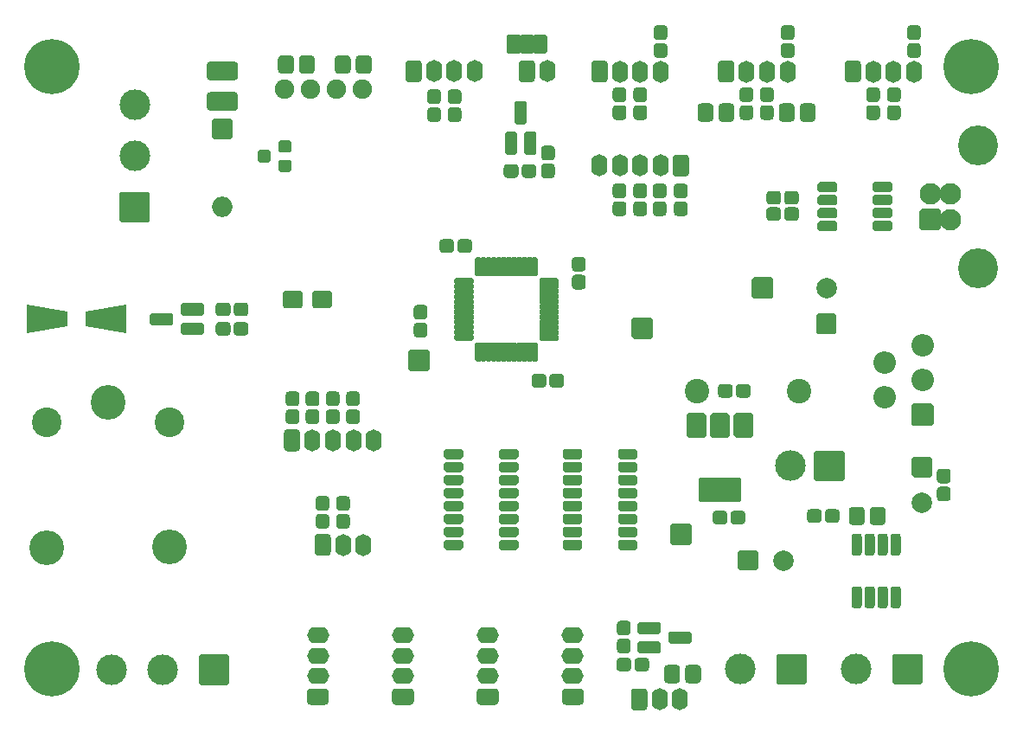
<source format=gbr>
%TF.GenerationSoftware,KiCad,Pcbnew,5.1.10*%
%TF.CreationDate,2021-10-03T17:58:42+03:00*%
%TF.ProjectId,stm32,73746d33-322e-46b6-9963-61645f706362,rev?*%
%TF.SameCoordinates,Original*%
%TF.FileFunction,Soldermask,Top*%
%TF.FilePolarity,Negative*%
%FSLAX46Y46*%
G04 Gerber Fmt 4.6, Leading zero omitted, Abs format (unit mm)*
G04 Created by KiCad (PCBNEW 5.1.10) date 2021-10-03 17:58:42*
%MOMM*%
%LPD*%
G01*
G04 APERTURE LIST*
%ADD10C,2.000000*%
%ADD11C,0.100000*%
%ADD12O,3.000000X3.000000*%
%ADD13C,3.000000*%
%ADD14C,2.900000*%
%ADD15C,3.400000*%
%ADD16O,2.000000X2.000000*%
%ADD17O,1.600000X2.150000*%
%ADD18O,2.150000X1.600000*%
%ADD19O,2.200000X2.200000*%
%ADD20C,5.400000*%
%ADD21C,1.900000*%
%ADD22C,2.100000*%
%ADD23C,3.900000*%
%ADD24C,2.400000*%
G04 APERTURE END LIST*
%TO.C,U5*%
G36*
G01*
X120411200Y-112237800D02*
X120411200Y-111637800D01*
G75*
G02*
X120611200Y-111437800I200000J0D01*
G01*
X122111200Y-111437800D01*
G75*
G02*
X122311200Y-111637800I0J-200000D01*
G01*
X122311200Y-112237800D01*
G75*
G02*
X122111200Y-112437800I-200000J0D01*
G01*
X120611200Y-112437800D01*
G75*
G02*
X120411200Y-112237800I0J200000D01*
G01*
G37*
G36*
G01*
X120411200Y-113507800D02*
X120411200Y-112907800D01*
G75*
G02*
X120611200Y-112707800I200000J0D01*
G01*
X122111200Y-112707800D01*
G75*
G02*
X122311200Y-112907800I0J-200000D01*
G01*
X122311200Y-113507800D01*
G75*
G02*
X122111200Y-113707800I-200000J0D01*
G01*
X120611200Y-113707800D01*
G75*
G02*
X120411200Y-113507800I0J200000D01*
G01*
G37*
G36*
G01*
X120411200Y-114777800D02*
X120411200Y-114177800D01*
G75*
G02*
X120611200Y-113977800I200000J0D01*
G01*
X122111200Y-113977800D01*
G75*
G02*
X122311200Y-114177800I0J-200000D01*
G01*
X122311200Y-114777800D01*
G75*
G02*
X122111200Y-114977800I-200000J0D01*
G01*
X120611200Y-114977800D01*
G75*
G02*
X120411200Y-114777800I0J200000D01*
G01*
G37*
G36*
G01*
X120411200Y-116047800D02*
X120411200Y-115447800D01*
G75*
G02*
X120611200Y-115247800I200000J0D01*
G01*
X122111200Y-115247800D01*
G75*
G02*
X122311200Y-115447800I0J-200000D01*
G01*
X122311200Y-116047800D01*
G75*
G02*
X122111200Y-116247800I-200000J0D01*
G01*
X120611200Y-116247800D01*
G75*
G02*
X120411200Y-116047800I0J200000D01*
G01*
G37*
G36*
G01*
X120411200Y-117317800D02*
X120411200Y-116717800D01*
G75*
G02*
X120611200Y-116517800I200000J0D01*
G01*
X122111200Y-116517800D01*
G75*
G02*
X122311200Y-116717800I0J-200000D01*
G01*
X122311200Y-117317800D01*
G75*
G02*
X122111200Y-117517800I-200000J0D01*
G01*
X120611200Y-117517800D01*
G75*
G02*
X120411200Y-117317800I0J200000D01*
G01*
G37*
G36*
G01*
X120411200Y-118587800D02*
X120411200Y-117987800D01*
G75*
G02*
X120611200Y-117787800I200000J0D01*
G01*
X122111200Y-117787800D01*
G75*
G02*
X122311200Y-117987800I0J-200000D01*
G01*
X122311200Y-118587800D01*
G75*
G02*
X122111200Y-118787800I-200000J0D01*
G01*
X120611200Y-118787800D01*
G75*
G02*
X120411200Y-118587800I0J200000D01*
G01*
G37*
G36*
G01*
X120411200Y-119857800D02*
X120411200Y-119257800D01*
G75*
G02*
X120611200Y-119057800I200000J0D01*
G01*
X122111200Y-119057800D01*
G75*
G02*
X122311200Y-119257800I0J-200000D01*
G01*
X122311200Y-119857800D01*
G75*
G02*
X122111200Y-120057800I-200000J0D01*
G01*
X120611200Y-120057800D01*
G75*
G02*
X120411200Y-119857800I0J200000D01*
G01*
G37*
G36*
G01*
X120411200Y-121127800D02*
X120411200Y-120527800D01*
G75*
G02*
X120611200Y-120327800I200000J0D01*
G01*
X122111200Y-120327800D01*
G75*
G02*
X122311200Y-120527800I0J-200000D01*
G01*
X122311200Y-121127800D01*
G75*
G02*
X122111200Y-121327800I-200000J0D01*
G01*
X120611200Y-121327800D01*
G75*
G02*
X120411200Y-121127800I0J200000D01*
G01*
G37*
G36*
G01*
X115011200Y-121127800D02*
X115011200Y-120527800D01*
G75*
G02*
X115211200Y-120327800I200000J0D01*
G01*
X116711200Y-120327800D01*
G75*
G02*
X116911200Y-120527800I0J-200000D01*
G01*
X116911200Y-121127800D01*
G75*
G02*
X116711200Y-121327800I-200000J0D01*
G01*
X115211200Y-121327800D01*
G75*
G02*
X115011200Y-121127800I0J200000D01*
G01*
G37*
G36*
G01*
X115011200Y-119857800D02*
X115011200Y-119257800D01*
G75*
G02*
X115211200Y-119057800I200000J0D01*
G01*
X116711200Y-119057800D01*
G75*
G02*
X116911200Y-119257800I0J-200000D01*
G01*
X116911200Y-119857800D01*
G75*
G02*
X116711200Y-120057800I-200000J0D01*
G01*
X115211200Y-120057800D01*
G75*
G02*
X115011200Y-119857800I0J200000D01*
G01*
G37*
G36*
G01*
X115011200Y-118587800D02*
X115011200Y-117987800D01*
G75*
G02*
X115211200Y-117787800I200000J0D01*
G01*
X116711200Y-117787800D01*
G75*
G02*
X116911200Y-117987800I0J-200000D01*
G01*
X116911200Y-118587800D01*
G75*
G02*
X116711200Y-118787800I-200000J0D01*
G01*
X115211200Y-118787800D01*
G75*
G02*
X115011200Y-118587800I0J200000D01*
G01*
G37*
G36*
G01*
X115011200Y-117317800D02*
X115011200Y-116717800D01*
G75*
G02*
X115211200Y-116517800I200000J0D01*
G01*
X116711200Y-116517800D01*
G75*
G02*
X116911200Y-116717800I0J-200000D01*
G01*
X116911200Y-117317800D01*
G75*
G02*
X116711200Y-117517800I-200000J0D01*
G01*
X115211200Y-117517800D01*
G75*
G02*
X115011200Y-117317800I0J200000D01*
G01*
G37*
G36*
G01*
X115011200Y-116047800D02*
X115011200Y-115447800D01*
G75*
G02*
X115211200Y-115247800I200000J0D01*
G01*
X116711200Y-115247800D01*
G75*
G02*
X116911200Y-115447800I0J-200000D01*
G01*
X116911200Y-116047800D01*
G75*
G02*
X116711200Y-116247800I-200000J0D01*
G01*
X115211200Y-116247800D01*
G75*
G02*
X115011200Y-116047800I0J200000D01*
G01*
G37*
G36*
G01*
X115011200Y-114777800D02*
X115011200Y-114177800D01*
G75*
G02*
X115211200Y-113977800I200000J0D01*
G01*
X116711200Y-113977800D01*
G75*
G02*
X116911200Y-114177800I0J-200000D01*
G01*
X116911200Y-114777800D01*
G75*
G02*
X116711200Y-114977800I-200000J0D01*
G01*
X115211200Y-114977800D01*
G75*
G02*
X115011200Y-114777800I0J200000D01*
G01*
G37*
G36*
G01*
X115011200Y-113507800D02*
X115011200Y-112907800D01*
G75*
G02*
X115211200Y-112707800I200000J0D01*
G01*
X116711200Y-112707800D01*
G75*
G02*
X116911200Y-112907800I0J-200000D01*
G01*
X116911200Y-113507800D01*
G75*
G02*
X116711200Y-113707800I-200000J0D01*
G01*
X115211200Y-113707800D01*
G75*
G02*
X115011200Y-113507800I0J200000D01*
G01*
G37*
G36*
G01*
X115011200Y-112237800D02*
X115011200Y-111637800D01*
G75*
G02*
X115211200Y-111437800I200000J0D01*
G01*
X116711200Y-111437800D01*
G75*
G02*
X116911200Y-111637800I0J-200000D01*
G01*
X116911200Y-112237800D01*
G75*
G02*
X116711200Y-112437800I-200000J0D01*
G01*
X115211200Y-112437800D01*
G75*
G02*
X115011200Y-112237800I0J200000D01*
G01*
G37*
%TD*%
%TO.C,C1*%
G36*
G01*
X94747000Y-74400845D02*
X94747000Y-73274755D01*
G75*
G02*
X95083955Y-72937800I336955J0D01*
G01*
X95960045Y-72937800D01*
G75*
G02*
X96297000Y-73274755I0J-336955D01*
G01*
X96297000Y-74400845D01*
G75*
G02*
X95960045Y-74737800I-336955J0D01*
G01*
X95083955Y-74737800D01*
G75*
G02*
X94747000Y-74400845I0J336955D01*
G01*
G37*
G36*
G01*
X92697000Y-74400845D02*
X92697000Y-73274755D01*
G75*
G02*
X93033955Y-72937800I336955J0D01*
G01*
X93910045Y-72937800D01*
G75*
G02*
X94247000Y-73274755I0J-336955D01*
G01*
X94247000Y-74400845D01*
G75*
G02*
X93910045Y-74737800I-336955J0D01*
G01*
X93033955Y-74737800D01*
G75*
G02*
X92697000Y-74400845I0J336955D01*
G01*
G37*
%TD*%
%TO.C,C5*%
G36*
G01*
X106135000Y-91254900D02*
X106135000Y-91929900D01*
G75*
G02*
X105797500Y-92267400I-337500J0D01*
G01*
X105022500Y-92267400D01*
G75*
G02*
X104685000Y-91929900I0J337500D01*
G01*
X104685000Y-91254900D01*
G75*
G02*
X105022500Y-90917400I337500J0D01*
G01*
X105797500Y-90917400D01*
G75*
G02*
X106135000Y-91254900I0J-337500D01*
G01*
G37*
G36*
G01*
X104385000Y-91254900D02*
X104385000Y-91929900D01*
G75*
G02*
X104047500Y-92267400I-337500J0D01*
G01*
X103272500Y-92267400D01*
G75*
G02*
X102935000Y-91929900I0J337500D01*
G01*
X102935000Y-91254900D01*
G75*
G02*
X103272500Y-90917400I337500J0D01*
G01*
X104047500Y-90917400D01*
G75*
G02*
X104385000Y-91254900I0J-337500D01*
G01*
G37*
%TD*%
%TO.C,C6*%
G36*
G01*
X116923500Y-94098000D02*
X116248500Y-94098000D01*
G75*
G02*
X115911000Y-93760500I0J337500D01*
G01*
X115911000Y-92985500D01*
G75*
G02*
X116248500Y-92648000I337500J0D01*
G01*
X116923500Y-92648000D01*
G75*
G02*
X117261000Y-92985500I0J-337500D01*
G01*
X117261000Y-93760500D01*
G75*
G02*
X116923500Y-94098000I-337500J0D01*
G01*
G37*
G36*
G01*
X116923500Y-95848000D02*
X116248500Y-95848000D01*
G75*
G02*
X115911000Y-95510500I0J337500D01*
G01*
X115911000Y-94735500D01*
G75*
G02*
X116248500Y-94398000I337500J0D01*
G01*
X116923500Y-94398000D01*
G75*
G02*
X117261000Y-94735500I0J-337500D01*
G01*
X117261000Y-95510500D01*
G75*
G02*
X116923500Y-95848000I-337500J0D01*
G01*
G37*
%TD*%
%TO.C,C7*%
G36*
G01*
X111952000Y-105112500D02*
X111952000Y-104437500D01*
G75*
G02*
X112289500Y-104100000I337500J0D01*
G01*
X113064500Y-104100000D01*
G75*
G02*
X113402000Y-104437500I0J-337500D01*
G01*
X113402000Y-105112500D01*
G75*
G02*
X113064500Y-105450000I-337500J0D01*
G01*
X112289500Y-105450000D01*
G75*
G02*
X111952000Y-105112500I0J337500D01*
G01*
G37*
G36*
G01*
X113702000Y-105112500D02*
X113702000Y-104437500D01*
G75*
G02*
X114039500Y-104100000I337500J0D01*
G01*
X114814500Y-104100000D01*
G75*
G02*
X115152000Y-104437500I0J-337500D01*
G01*
X115152000Y-105112500D01*
G75*
G02*
X114814500Y-105450000I-337500J0D01*
G01*
X114039500Y-105450000D01*
G75*
G02*
X113702000Y-105112500I0J337500D01*
G01*
G37*
%TD*%
%TO.C,C4*%
G36*
G01*
X87134400Y-74400845D02*
X87134400Y-73274755D01*
G75*
G02*
X87471355Y-72937800I336955J0D01*
G01*
X88347445Y-72937800D01*
G75*
G02*
X88684400Y-73274755I0J-336955D01*
G01*
X88684400Y-74400845D01*
G75*
G02*
X88347445Y-74737800I-336955J0D01*
G01*
X87471355Y-74737800D01*
G75*
G02*
X87134400Y-74400845I0J336955D01*
G01*
G37*
G36*
G01*
X89184400Y-74400845D02*
X89184400Y-73274755D01*
G75*
G02*
X89521355Y-72937800I336955J0D01*
G01*
X90397445Y-72937800D01*
G75*
G02*
X90734400Y-73274755I0J-336955D01*
G01*
X90734400Y-74400845D01*
G75*
G02*
X90397445Y-74737800I-336955J0D01*
G01*
X89521355Y-74737800D01*
G75*
G02*
X89184400Y-74400845I0J336955D01*
G01*
G37*
%TD*%
%TO.C,C8*%
G36*
G01*
X100754500Y-99097000D02*
X101429500Y-99097000D01*
G75*
G02*
X101767000Y-99434500I0J-337500D01*
G01*
X101767000Y-100209500D01*
G75*
G02*
X101429500Y-100547000I-337500J0D01*
G01*
X100754500Y-100547000D01*
G75*
G02*
X100417000Y-100209500I0J337500D01*
G01*
X100417000Y-99434500D01*
G75*
G02*
X100754500Y-99097000I337500J0D01*
G01*
G37*
G36*
G01*
X100754500Y-97347000D02*
X101429500Y-97347000D01*
G75*
G02*
X101767000Y-97684500I0J-337500D01*
G01*
X101767000Y-98459500D01*
G75*
G02*
X101429500Y-98797000I-337500J0D01*
G01*
X100754500Y-98797000D01*
G75*
G02*
X100417000Y-98459500I0J337500D01*
G01*
X100417000Y-97684500D01*
G75*
G02*
X100754500Y-97347000I337500J0D01*
G01*
G37*
%TD*%
%TO.C,C9*%
G36*
G01*
X151986300Y-115121800D02*
X152661300Y-115121800D01*
G75*
G02*
X152998800Y-115459300I0J-337500D01*
G01*
X152998800Y-116234300D01*
G75*
G02*
X152661300Y-116571800I-337500J0D01*
G01*
X151986300Y-116571800D01*
G75*
G02*
X151648800Y-116234300I0J337500D01*
G01*
X151648800Y-115459300D01*
G75*
G02*
X151986300Y-115121800I337500J0D01*
G01*
G37*
G36*
G01*
X151986300Y-113371800D02*
X152661300Y-113371800D01*
G75*
G02*
X152998800Y-113709300I0J-337500D01*
G01*
X152998800Y-114484300D01*
G75*
G02*
X152661300Y-114821800I-337500J0D01*
G01*
X151986300Y-114821800D01*
G75*
G02*
X151648800Y-114484300I0J337500D01*
G01*
X151648800Y-113709300D01*
G75*
G02*
X151986300Y-113371800I337500J0D01*
G01*
G37*
%TD*%
D10*
%TO.C,C10*%
X150190200Y-116733200D03*
G36*
G01*
X149390200Y-112233200D02*
X150990200Y-112233200D01*
G75*
G02*
X151190200Y-112433200I0J-200000D01*
G01*
X151190200Y-114033200D01*
G75*
G02*
X150990200Y-114233200I-200000J0D01*
G01*
X149390200Y-114233200D01*
G75*
G02*
X149190200Y-114033200I0J200000D01*
G01*
X149190200Y-112433200D01*
G75*
G02*
X149390200Y-112233200I200000J0D01*
G01*
G37*
%TD*%
%TO.C,C11*%
G36*
G01*
X130214600Y-106103100D02*
X130214600Y-105428100D01*
G75*
G02*
X130552100Y-105090600I337500J0D01*
G01*
X131327100Y-105090600D01*
G75*
G02*
X131664600Y-105428100I0J-337500D01*
G01*
X131664600Y-106103100D01*
G75*
G02*
X131327100Y-106440600I-337500J0D01*
G01*
X130552100Y-106440600D01*
G75*
G02*
X130214600Y-106103100I0J337500D01*
G01*
G37*
G36*
G01*
X131964600Y-106103100D02*
X131964600Y-105428100D01*
G75*
G02*
X132302100Y-105090600I337500J0D01*
G01*
X133077100Y-105090600D01*
G75*
G02*
X133414600Y-105428100I0J-337500D01*
G01*
X133414600Y-106103100D01*
G75*
G02*
X133077100Y-106440600I-337500J0D01*
G01*
X132302100Y-106440600D01*
G75*
G02*
X131964600Y-106103100I0J337500D01*
G01*
G37*
%TD*%
%TO.C,C12*%
G36*
G01*
X87582300Y-97375728D02*
X87582300Y-96273872D01*
G75*
G02*
X87906372Y-95949800I324072J0D01*
G01*
X89233228Y-95949800D01*
G75*
G02*
X89557300Y-96273872I0J-324072D01*
G01*
X89557300Y-97375728D01*
G75*
G02*
X89233228Y-97699800I-324072J0D01*
G01*
X87906372Y-97699800D01*
G75*
G02*
X87582300Y-97375728I0J324072D01*
G01*
G37*
G36*
G01*
X90457300Y-97375728D02*
X90457300Y-96273872D01*
G75*
G02*
X90781372Y-95949800I324072J0D01*
G01*
X92108228Y-95949800D01*
G75*
G02*
X92432300Y-96273872I0J-324072D01*
G01*
X92432300Y-97375728D01*
G75*
G02*
X92108228Y-97699800I-324072J0D01*
G01*
X90781372Y-97699800D01*
G75*
G02*
X90457300Y-97375728I0J324072D01*
G01*
G37*
%TD*%
%TO.C,C14*%
G36*
G01*
X141617600Y-100212400D02*
X140017600Y-100212400D01*
G75*
G02*
X139817600Y-100012400I0J200000D01*
G01*
X139817600Y-98412400D01*
G75*
G02*
X140017600Y-98212400I200000J0D01*
G01*
X141617600Y-98212400D01*
G75*
G02*
X141817600Y-98412400I0J-200000D01*
G01*
X141817600Y-100012400D01*
G75*
G02*
X141617600Y-100212400I-200000J0D01*
G01*
G37*
X140817600Y-95712400D03*
%TD*%
%TO.C,C15*%
G36*
G01*
X129681200Y-118498300D02*
X129681200Y-117823300D01*
G75*
G02*
X130018700Y-117485800I337500J0D01*
G01*
X130793700Y-117485800D01*
G75*
G02*
X131131200Y-117823300I0J-337500D01*
G01*
X131131200Y-118498300D01*
G75*
G02*
X130793700Y-118835800I-337500J0D01*
G01*
X130018700Y-118835800D01*
G75*
G02*
X129681200Y-118498300I0J337500D01*
G01*
G37*
G36*
G01*
X131431200Y-118498300D02*
X131431200Y-117823300D01*
G75*
G02*
X131768700Y-117485800I337500J0D01*
G01*
X132543700Y-117485800D01*
G75*
G02*
X132881200Y-117823300I0J-337500D01*
G01*
X132881200Y-118498300D01*
G75*
G02*
X132543700Y-118835800I-337500J0D01*
G01*
X131768700Y-118835800D01*
G75*
G02*
X131431200Y-118498300I0J337500D01*
G01*
G37*
%TD*%
D11*
%TO.C,D10*%
G36*
X62507200Y-100090492D02*
G01*
X62507200Y-97318308D01*
X66507200Y-97984974D01*
X66507200Y-99423826D01*
X62507200Y-100090492D01*
G37*
G36*
X72307200Y-97318308D02*
G01*
X72307200Y-100090492D01*
X68307200Y-99423826D01*
X68307200Y-97984974D01*
X72307200Y-97318308D01*
G37*
%TD*%
%TO.C,D9*%
G36*
G01*
X147312000Y-89336600D02*
X147312000Y-89936600D01*
G75*
G02*
X147112000Y-90136600I-200000J0D01*
G01*
X145562000Y-90136600D01*
G75*
G02*
X145362000Y-89936600I0J200000D01*
G01*
X145362000Y-89336600D01*
G75*
G02*
X145562000Y-89136600I200000J0D01*
G01*
X147112000Y-89136600D01*
G75*
G02*
X147312000Y-89336600I0J-200000D01*
G01*
G37*
G36*
G01*
X147312000Y-88066600D02*
X147312000Y-88666600D01*
G75*
G02*
X147112000Y-88866600I-200000J0D01*
G01*
X145562000Y-88866600D01*
G75*
G02*
X145362000Y-88666600I0J200000D01*
G01*
X145362000Y-88066600D01*
G75*
G02*
X145562000Y-87866600I200000J0D01*
G01*
X147112000Y-87866600D01*
G75*
G02*
X147312000Y-88066600I0J-200000D01*
G01*
G37*
G36*
G01*
X147312000Y-86796600D02*
X147312000Y-87396600D01*
G75*
G02*
X147112000Y-87596600I-200000J0D01*
G01*
X145562000Y-87596600D01*
G75*
G02*
X145362000Y-87396600I0J200000D01*
G01*
X145362000Y-86796600D01*
G75*
G02*
X145562000Y-86596600I200000J0D01*
G01*
X147112000Y-86596600D01*
G75*
G02*
X147312000Y-86796600I0J-200000D01*
G01*
G37*
G36*
G01*
X147312000Y-85526600D02*
X147312000Y-86126600D01*
G75*
G02*
X147112000Y-86326600I-200000J0D01*
G01*
X145562000Y-86326600D01*
G75*
G02*
X145362000Y-86126600I0J200000D01*
G01*
X145362000Y-85526600D01*
G75*
G02*
X145562000Y-85326600I200000J0D01*
G01*
X147112000Y-85326600D01*
G75*
G02*
X147312000Y-85526600I0J-200000D01*
G01*
G37*
G36*
G01*
X141912000Y-85526600D02*
X141912000Y-86126600D01*
G75*
G02*
X141712000Y-86326600I-200000J0D01*
G01*
X140162000Y-86326600D01*
G75*
G02*
X139962000Y-86126600I0J200000D01*
G01*
X139962000Y-85526600D01*
G75*
G02*
X140162000Y-85326600I200000J0D01*
G01*
X141712000Y-85326600D01*
G75*
G02*
X141912000Y-85526600I0J-200000D01*
G01*
G37*
G36*
G01*
X141912000Y-86796600D02*
X141912000Y-87396600D01*
G75*
G02*
X141712000Y-87596600I-200000J0D01*
G01*
X140162000Y-87596600D01*
G75*
G02*
X139962000Y-87396600I0J200000D01*
G01*
X139962000Y-86796600D01*
G75*
G02*
X140162000Y-86596600I200000J0D01*
G01*
X141712000Y-86596600D01*
G75*
G02*
X141912000Y-86796600I0J-200000D01*
G01*
G37*
G36*
G01*
X141912000Y-88066600D02*
X141912000Y-88666600D01*
G75*
G02*
X141712000Y-88866600I-200000J0D01*
G01*
X140162000Y-88866600D01*
G75*
G02*
X139962000Y-88666600I0J200000D01*
G01*
X139962000Y-88066600D01*
G75*
G02*
X140162000Y-87866600I200000J0D01*
G01*
X141712000Y-87866600D01*
G75*
G02*
X141912000Y-88066600I0J-200000D01*
G01*
G37*
G36*
G01*
X141912000Y-89336600D02*
X141912000Y-89936600D01*
G75*
G02*
X141712000Y-90136600I-200000J0D01*
G01*
X140162000Y-90136600D01*
G75*
G02*
X139962000Y-89936600I0J200000D01*
G01*
X139962000Y-89336600D01*
G75*
G02*
X140162000Y-89136600I200000J0D01*
G01*
X141712000Y-89136600D01*
G75*
G02*
X141912000Y-89336600I0J-200000D01*
G01*
G37*
%TD*%
%TO.C,D11*%
G36*
G01*
X146621800Y-117445355D02*
X146621800Y-118571445D01*
G75*
G02*
X146284845Y-118908400I-336955J0D01*
G01*
X145408755Y-118908400D01*
G75*
G02*
X145071800Y-118571445I0J336955D01*
G01*
X145071800Y-117445355D01*
G75*
G02*
X145408755Y-117108400I336955J0D01*
G01*
X146284845Y-117108400D01*
G75*
G02*
X146621800Y-117445355I0J-336955D01*
G01*
G37*
G36*
G01*
X144571800Y-117445355D02*
X144571800Y-118571445D01*
G75*
G02*
X144234845Y-118908400I-336955J0D01*
G01*
X143358755Y-118908400D01*
G75*
G02*
X143021800Y-118571445I0J336955D01*
G01*
X143021800Y-117445355D01*
G75*
G02*
X143358755Y-117108400I336955J0D01*
G01*
X144234845Y-117108400D01*
G75*
G02*
X144571800Y-117445355I0J-336955D01*
G01*
G37*
%TD*%
%TO.C,D12*%
G36*
G01*
X142597000Y-111806200D02*
X142597000Y-114406200D01*
G75*
G02*
X142397000Y-114606200I-200000J0D01*
G01*
X139797000Y-114606200D01*
G75*
G02*
X139597000Y-114406200I0J200000D01*
G01*
X139597000Y-111806200D01*
G75*
G02*
X139797000Y-111606200I200000J0D01*
G01*
X142397000Y-111606200D01*
G75*
G02*
X142597000Y-111806200I0J-200000D01*
G01*
G37*
D12*
X137287000Y-113106200D03*
%TD*%
%TO.C,J12*%
G36*
G01*
X150267800Y-131694400D02*
X150267800Y-134294400D01*
G75*
G02*
X150067800Y-134494400I-200000J0D01*
G01*
X147467800Y-134494400D01*
G75*
G02*
X147267800Y-134294400I0J200000D01*
G01*
X147267800Y-131694400D01*
G75*
G02*
X147467800Y-131494400I200000J0D01*
G01*
X150067800Y-131494400D01*
G75*
G02*
X150267800Y-131694400I0J-200000D01*
G01*
G37*
D13*
X143767800Y-132994400D03*
%TD*%
%TO.C,J10*%
G36*
G01*
X82361900Y-131757700D02*
X82361900Y-134357700D01*
G75*
G02*
X82161900Y-134557700I-200000J0D01*
G01*
X79561900Y-134557700D01*
G75*
G02*
X79361900Y-134357700I0J200000D01*
G01*
X79361900Y-131757700D01*
G75*
G02*
X79561900Y-131557700I200000J0D01*
G01*
X82161900Y-131557700D01*
G75*
G02*
X82361900Y-131757700I0J-200000D01*
G01*
G37*
X75861900Y-133057700D03*
X70861900Y-133057700D03*
%TD*%
%TO.C,J7*%
X73101200Y-77782400D03*
X73101200Y-82782400D03*
G36*
G01*
X74401200Y-89282400D02*
X71801200Y-89282400D01*
G75*
G02*
X71601200Y-89082400I0J200000D01*
G01*
X71601200Y-86482400D01*
G75*
G02*
X71801200Y-86282400I200000J0D01*
G01*
X74401200Y-86282400D01*
G75*
G02*
X74601200Y-86482400I0J-200000D01*
G01*
X74601200Y-89082400D01*
G75*
G02*
X74401200Y-89282400I-200000J0D01*
G01*
G37*
%TD*%
D14*
%TO.C,K1*%
X76509600Y-108858600D03*
D15*
X76509600Y-121058600D03*
X64459600Y-121108600D03*
D14*
X64509600Y-108858600D03*
D15*
X70459600Y-106908600D03*
%TD*%
%TO.C,Q5*%
G36*
G01*
X147349400Y-119733600D02*
X147849400Y-119733600D01*
G75*
G02*
X148099400Y-119983600I0J-250000D01*
G01*
X148099400Y-121633600D01*
G75*
G02*
X147849400Y-121883600I-250000J0D01*
G01*
X147349400Y-121883600D01*
G75*
G02*
X147099400Y-121633600I0J250000D01*
G01*
X147099400Y-119983600D01*
G75*
G02*
X147349400Y-119733600I250000J0D01*
G01*
G37*
G36*
G01*
X146079400Y-119733600D02*
X146579400Y-119733600D01*
G75*
G02*
X146829400Y-119983600I0J-250000D01*
G01*
X146829400Y-121633600D01*
G75*
G02*
X146579400Y-121883600I-250000J0D01*
G01*
X146079400Y-121883600D01*
G75*
G02*
X145829400Y-121633600I0J250000D01*
G01*
X145829400Y-119983600D01*
G75*
G02*
X146079400Y-119733600I250000J0D01*
G01*
G37*
G36*
G01*
X144809400Y-119733600D02*
X145309400Y-119733600D01*
G75*
G02*
X145559400Y-119983600I0J-250000D01*
G01*
X145559400Y-121633600D01*
G75*
G02*
X145309400Y-121883600I-250000J0D01*
G01*
X144809400Y-121883600D01*
G75*
G02*
X144559400Y-121633600I0J250000D01*
G01*
X144559400Y-119983600D01*
G75*
G02*
X144809400Y-119733600I250000J0D01*
G01*
G37*
G36*
G01*
X143539400Y-119733600D02*
X144039400Y-119733600D01*
G75*
G02*
X144289400Y-119983600I0J-250000D01*
G01*
X144289400Y-121633600D01*
G75*
G02*
X144039400Y-121883600I-250000J0D01*
G01*
X143539400Y-121883600D01*
G75*
G02*
X143289400Y-121633600I0J250000D01*
G01*
X143289400Y-119983600D01*
G75*
G02*
X143539400Y-119733600I250000J0D01*
G01*
G37*
G36*
G01*
X143539400Y-124883600D02*
X144039400Y-124883600D01*
G75*
G02*
X144289400Y-125133600I0J-250000D01*
G01*
X144289400Y-126783600D01*
G75*
G02*
X144039400Y-127033600I-250000J0D01*
G01*
X143539400Y-127033600D01*
G75*
G02*
X143289400Y-126783600I0J250000D01*
G01*
X143289400Y-125133600D01*
G75*
G02*
X143539400Y-124883600I250000J0D01*
G01*
G37*
G36*
G01*
X144809400Y-124883600D02*
X145309400Y-124883600D01*
G75*
G02*
X145559400Y-125133600I0J-250000D01*
G01*
X145559400Y-126783600D01*
G75*
G02*
X145309400Y-127033600I-250000J0D01*
G01*
X144809400Y-127033600D01*
G75*
G02*
X144559400Y-126783600I0J250000D01*
G01*
X144559400Y-125133600D01*
G75*
G02*
X144809400Y-124883600I250000J0D01*
G01*
G37*
G36*
G01*
X146079400Y-124883600D02*
X146579400Y-124883600D01*
G75*
G02*
X146829400Y-125133600I0J-250000D01*
G01*
X146829400Y-126783600D01*
G75*
G02*
X146579400Y-127033600I-250000J0D01*
G01*
X146079400Y-127033600D01*
G75*
G02*
X145829400Y-126783600I0J250000D01*
G01*
X145829400Y-125133600D01*
G75*
G02*
X146079400Y-124883600I250000J0D01*
G01*
G37*
G36*
G01*
X147349400Y-124883600D02*
X147849400Y-124883600D01*
G75*
G02*
X148099400Y-125133600I0J-250000D01*
G01*
X148099400Y-126783600D01*
G75*
G02*
X147849400Y-127033600I-250000J0D01*
G01*
X147349400Y-127033600D01*
G75*
G02*
X147099400Y-126783600I0J250000D01*
G01*
X147099400Y-125133600D01*
G75*
G02*
X147349400Y-124883600I250000J0D01*
G01*
G37*
%TD*%
%TO.C,R2*%
G36*
G01*
X93834900Y-119251500D02*
X93159900Y-119251500D01*
G75*
G02*
X92822400Y-118914000I0J337500D01*
G01*
X92822400Y-118139000D01*
G75*
G02*
X93159900Y-117801500I337500J0D01*
G01*
X93834900Y-117801500D01*
G75*
G02*
X94172400Y-118139000I0J-337500D01*
G01*
X94172400Y-118914000D01*
G75*
G02*
X93834900Y-119251500I-337500J0D01*
G01*
G37*
G36*
G01*
X93834900Y-117501500D02*
X93159900Y-117501500D01*
G75*
G02*
X92822400Y-117164000I0J337500D01*
G01*
X92822400Y-116389000D01*
G75*
G02*
X93159900Y-116051500I337500J0D01*
G01*
X93834900Y-116051500D01*
G75*
G02*
X94172400Y-116389000I0J-337500D01*
G01*
X94172400Y-117164000D01*
G75*
G02*
X93834900Y-117501500I-337500J0D01*
G01*
G37*
%TD*%
%TO.C,R14*%
G36*
G01*
X102075300Y-78012400D02*
X102750300Y-78012400D01*
G75*
G02*
X103087800Y-78349900I0J-337500D01*
G01*
X103087800Y-79124900D01*
G75*
G02*
X102750300Y-79462400I-337500J0D01*
G01*
X102075300Y-79462400D01*
G75*
G02*
X101737800Y-79124900I0J337500D01*
G01*
X101737800Y-78349900D01*
G75*
G02*
X102075300Y-78012400I337500J0D01*
G01*
G37*
G36*
G01*
X102075300Y-76262400D02*
X102750300Y-76262400D01*
G75*
G02*
X103087800Y-76599900I0J-337500D01*
G01*
X103087800Y-77374900D01*
G75*
G02*
X102750300Y-77712400I-337500J0D01*
G01*
X102075300Y-77712400D01*
G75*
G02*
X101737800Y-77374900I0J337500D01*
G01*
X101737800Y-76599900D01*
G75*
G02*
X102075300Y-76262400I337500J0D01*
G01*
G37*
%TD*%
%TO.C,R15*%
G36*
G01*
X104081900Y-76262400D02*
X104756900Y-76262400D01*
G75*
G02*
X105094400Y-76599900I0J-337500D01*
G01*
X105094400Y-77374900D01*
G75*
G02*
X104756900Y-77712400I-337500J0D01*
G01*
X104081900Y-77712400D01*
G75*
G02*
X103744400Y-77374900I0J337500D01*
G01*
X103744400Y-76599900D01*
G75*
G02*
X104081900Y-76262400I337500J0D01*
G01*
G37*
G36*
G01*
X104081900Y-78012400D02*
X104756900Y-78012400D01*
G75*
G02*
X105094400Y-78349900I0J-337500D01*
G01*
X105094400Y-79124900D01*
G75*
G02*
X104756900Y-79462400I-337500J0D01*
G01*
X104081900Y-79462400D01*
G75*
G02*
X103744400Y-79124900I0J337500D01*
G01*
X103744400Y-78349900D01*
G75*
G02*
X104081900Y-78012400I337500J0D01*
G01*
G37*
%TD*%
%TO.C,R20*%
G36*
G01*
X82787600Y-98127500D02*
X82787600Y-97452500D01*
G75*
G02*
X83125100Y-97115000I337500J0D01*
G01*
X83900100Y-97115000D01*
G75*
G02*
X84237600Y-97452500I0J-337500D01*
G01*
X84237600Y-98127500D01*
G75*
G02*
X83900100Y-98465000I-337500J0D01*
G01*
X83125100Y-98465000D01*
G75*
G02*
X82787600Y-98127500I0J337500D01*
G01*
G37*
G36*
G01*
X81037600Y-98127500D02*
X81037600Y-97452500D01*
G75*
G02*
X81375100Y-97115000I337500J0D01*
G01*
X82150100Y-97115000D01*
G75*
G02*
X82487600Y-97452500I0J-337500D01*
G01*
X82487600Y-98127500D01*
G75*
G02*
X82150100Y-98465000I-337500J0D01*
G01*
X81375100Y-98465000D01*
G75*
G02*
X81037600Y-98127500I0J337500D01*
G01*
G37*
%TD*%
%TO.C,R21*%
G36*
G01*
X81037600Y-100032500D02*
X81037600Y-99357500D01*
G75*
G02*
X81375100Y-99020000I337500J0D01*
G01*
X82150100Y-99020000D01*
G75*
G02*
X82487600Y-99357500I0J-337500D01*
G01*
X82487600Y-100032500D01*
G75*
G02*
X82150100Y-100370000I-337500J0D01*
G01*
X81375100Y-100370000D01*
G75*
G02*
X81037600Y-100032500I0J337500D01*
G01*
G37*
G36*
G01*
X82787600Y-100032500D02*
X82787600Y-99357500D01*
G75*
G02*
X83125100Y-99020000I337500J0D01*
G01*
X83900100Y-99020000D01*
G75*
G02*
X84237600Y-99357500I0J-337500D01*
G01*
X84237600Y-100032500D01*
G75*
G02*
X83900100Y-100370000I-337500J0D01*
G01*
X83125100Y-100370000D01*
G75*
G02*
X82787600Y-100032500I0J337500D01*
G01*
G37*
%TD*%
%TO.C,R30*%
G36*
G01*
X138139000Y-88130700D02*
X138139000Y-88805700D01*
G75*
G02*
X137801500Y-89143200I-337500J0D01*
G01*
X137026500Y-89143200D01*
G75*
G02*
X136689000Y-88805700I0J337500D01*
G01*
X136689000Y-88130700D01*
G75*
G02*
X137026500Y-87793200I337500J0D01*
G01*
X137801500Y-87793200D01*
G75*
G02*
X138139000Y-88130700I0J-337500D01*
G01*
G37*
G36*
G01*
X136389000Y-88130700D02*
X136389000Y-88805700D01*
G75*
G02*
X136051500Y-89143200I-337500J0D01*
G01*
X135276500Y-89143200D01*
G75*
G02*
X134939000Y-88805700I0J337500D01*
G01*
X134939000Y-88130700D01*
G75*
G02*
X135276500Y-87793200I337500J0D01*
G01*
X136051500Y-87793200D01*
G75*
G02*
X136389000Y-88130700I0J-337500D01*
G01*
G37*
%TD*%
%TO.C,R31*%
G36*
G01*
X138139000Y-86530500D02*
X138139000Y-87205500D01*
G75*
G02*
X137801500Y-87543000I-337500J0D01*
G01*
X137026500Y-87543000D01*
G75*
G02*
X136689000Y-87205500I0J337500D01*
G01*
X136689000Y-86530500D01*
G75*
G02*
X137026500Y-86193000I337500J0D01*
G01*
X137801500Y-86193000D01*
G75*
G02*
X138139000Y-86530500I0J-337500D01*
G01*
G37*
G36*
G01*
X136389000Y-86530500D02*
X136389000Y-87205500D01*
G75*
G02*
X136051500Y-87543000I-337500J0D01*
G01*
X135276500Y-87543000D01*
G75*
G02*
X134939000Y-87205500I0J337500D01*
G01*
X134939000Y-86530500D01*
G75*
G02*
X135276500Y-86193000I337500J0D01*
G01*
X136051500Y-86193000D01*
G75*
G02*
X136389000Y-86530500I0J-337500D01*
G01*
G37*
%TD*%
%TO.C,R19*%
G36*
G01*
X82891225Y-78357100D02*
X80481575Y-78357100D01*
G75*
G02*
X80161400Y-78036925I0J320175D01*
G01*
X80161400Y-76852275D01*
G75*
G02*
X80481575Y-76532100I320175J0D01*
G01*
X82891225Y-76532100D01*
G75*
G02*
X83211400Y-76852275I0J-320175D01*
G01*
X83211400Y-78036925D01*
G75*
G02*
X82891225Y-78357100I-320175J0D01*
G01*
G37*
G36*
G01*
X82891225Y-75382100D02*
X80481575Y-75382100D01*
G75*
G02*
X80161400Y-75061925I0J320175D01*
G01*
X80161400Y-73877275D01*
G75*
G02*
X80481575Y-73557100I320175J0D01*
G01*
X82891225Y-73557100D01*
G75*
G02*
X83211400Y-73877275I0J-320175D01*
G01*
X83211400Y-75061925D01*
G75*
G02*
X82891225Y-75382100I-320175J0D01*
G01*
G37*
%TD*%
%TO.C,R1*%
G36*
G01*
X91828300Y-117501500D02*
X91153300Y-117501500D01*
G75*
G02*
X90815800Y-117164000I0J337500D01*
G01*
X90815800Y-116389000D01*
G75*
G02*
X91153300Y-116051500I337500J0D01*
G01*
X91828300Y-116051500D01*
G75*
G02*
X92165800Y-116389000I0J-337500D01*
G01*
X92165800Y-117164000D01*
G75*
G02*
X91828300Y-117501500I-337500J0D01*
G01*
G37*
G36*
G01*
X91828300Y-119251500D02*
X91153300Y-119251500D01*
G75*
G02*
X90815800Y-118914000I0J337500D01*
G01*
X90815800Y-118139000D01*
G75*
G02*
X91153300Y-117801500I337500J0D01*
G01*
X91828300Y-117801500D01*
G75*
G02*
X92165800Y-118139000I0J-337500D01*
G01*
X92165800Y-118914000D01*
G75*
G02*
X91828300Y-119251500I-337500J0D01*
G01*
G37*
%TD*%
%TO.C,R34*%
G36*
G01*
X140374200Y-117670900D02*
X140374200Y-118345900D01*
G75*
G02*
X140036700Y-118683400I-337500J0D01*
G01*
X139261700Y-118683400D01*
G75*
G02*
X138924200Y-118345900I0J337500D01*
G01*
X138924200Y-117670900D01*
G75*
G02*
X139261700Y-117333400I337500J0D01*
G01*
X140036700Y-117333400D01*
G75*
G02*
X140374200Y-117670900I0J-337500D01*
G01*
G37*
G36*
G01*
X142124200Y-117670900D02*
X142124200Y-118345900D01*
G75*
G02*
X141786700Y-118683400I-337500J0D01*
G01*
X141011700Y-118683400D01*
G75*
G02*
X140674200Y-118345900I0J337500D01*
G01*
X140674200Y-117670900D01*
G75*
G02*
X141011700Y-117333400I337500J0D01*
G01*
X141786700Y-117333400D01*
G75*
G02*
X142124200Y-117670900I0J-337500D01*
G01*
G37*
%TD*%
%TO.C,R16*%
G36*
G01*
X120655400Y-129993500D02*
X121330400Y-129993500D01*
G75*
G02*
X121667900Y-130331000I0J-337500D01*
G01*
X121667900Y-131106000D01*
G75*
G02*
X121330400Y-131443500I-337500J0D01*
G01*
X120655400Y-131443500D01*
G75*
G02*
X120317900Y-131106000I0J337500D01*
G01*
X120317900Y-130331000D01*
G75*
G02*
X120655400Y-129993500I337500J0D01*
G01*
G37*
G36*
G01*
X120655400Y-128243500D02*
X121330400Y-128243500D01*
G75*
G02*
X121667900Y-128581000I0J-337500D01*
G01*
X121667900Y-129356000D01*
G75*
G02*
X121330400Y-129693500I-337500J0D01*
G01*
X120655400Y-129693500D01*
G75*
G02*
X120317900Y-129356000I0J337500D01*
G01*
X120317900Y-128581000D01*
G75*
G02*
X120655400Y-128243500I337500J0D01*
G01*
G37*
%TD*%
%TO.C,R18*%
G36*
G01*
X122020500Y-132887400D02*
X122020500Y-132212400D01*
G75*
G02*
X122358000Y-131874900I337500J0D01*
G01*
X123133000Y-131874900D01*
G75*
G02*
X123470500Y-132212400I0J-337500D01*
G01*
X123470500Y-132887400D01*
G75*
G02*
X123133000Y-133224900I-337500J0D01*
G01*
X122358000Y-133224900D01*
G75*
G02*
X122020500Y-132887400I0J337500D01*
G01*
G37*
G36*
G01*
X120270500Y-132887400D02*
X120270500Y-132212400D01*
G75*
G02*
X120608000Y-131874900I337500J0D01*
G01*
X121383000Y-131874900D01*
G75*
G02*
X121720500Y-132212400I0J-337500D01*
G01*
X121720500Y-132887400D01*
G75*
G02*
X121383000Y-133224900I-337500J0D01*
G01*
X120608000Y-133224900D01*
G75*
G02*
X120270500Y-132887400I0J337500D01*
G01*
G37*
%TD*%
%TO.C,SW1*%
G36*
G01*
X80886400Y-79137000D02*
X82486400Y-79137000D01*
G75*
G02*
X82686400Y-79337000I0J-200000D01*
G01*
X82686400Y-80937000D01*
G75*
G02*
X82486400Y-81137000I-200000J0D01*
G01*
X80886400Y-81137000D01*
G75*
G02*
X80686400Y-80937000I0J200000D01*
G01*
X80686400Y-79337000D01*
G75*
G02*
X80886400Y-79137000I200000J0D01*
G01*
G37*
D16*
X81686400Y-87757000D03*
%TD*%
%TO.C,TP1*%
G36*
G01*
X121759000Y-100494200D02*
X121759000Y-98794200D01*
G75*
G02*
X121959000Y-98594200I200000J0D01*
G01*
X123659000Y-98594200D01*
G75*
G02*
X123859000Y-98794200I0J-200000D01*
G01*
X123859000Y-100494200D01*
G75*
G02*
X123659000Y-100694200I-200000J0D01*
G01*
X121959000Y-100694200D01*
G75*
G02*
X121759000Y-100494200I0J200000D01*
G01*
G37*
%TD*%
%TO.C,TP2*%
G36*
G01*
X125518200Y-120661800D02*
X125518200Y-118961800D01*
G75*
G02*
X125718200Y-118761800I200000J0D01*
G01*
X127418200Y-118761800D01*
G75*
G02*
X127618200Y-118961800I0J-200000D01*
G01*
X127618200Y-120661800D01*
G75*
G02*
X127418200Y-120861800I-200000J0D01*
G01*
X125718200Y-120861800D01*
G75*
G02*
X125518200Y-120661800I0J200000D01*
G01*
G37*
%TD*%
%TO.C,U4*%
G36*
G01*
X103378000Y-112237800D02*
X103378000Y-111637800D01*
G75*
G02*
X103578000Y-111437800I200000J0D01*
G01*
X105078000Y-111437800D01*
G75*
G02*
X105278000Y-111637800I0J-200000D01*
G01*
X105278000Y-112237800D01*
G75*
G02*
X105078000Y-112437800I-200000J0D01*
G01*
X103578000Y-112437800D01*
G75*
G02*
X103378000Y-112237800I0J200000D01*
G01*
G37*
G36*
G01*
X103378000Y-113507800D02*
X103378000Y-112907800D01*
G75*
G02*
X103578000Y-112707800I200000J0D01*
G01*
X105078000Y-112707800D01*
G75*
G02*
X105278000Y-112907800I0J-200000D01*
G01*
X105278000Y-113507800D01*
G75*
G02*
X105078000Y-113707800I-200000J0D01*
G01*
X103578000Y-113707800D01*
G75*
G02*
X103378000Y-113507800I0J200000D01*
G01*
G37*
G36*
G01*
X103378000Y-114777800D02*
X103378000Y-114177800D01*
G75*
G02*
X103578000Y-113977800I200000J0D01*
G01*
X105078000Y-113977800D01*
G75*
G02*
X105278000Y-114177800I0J-200000D01*
G01*
X105278000Y-114777800D01*
G75*
G02*
X105078000Y-114977800I-200000J0D01*
G01*
X103578000Y-114977800D01*
G75*
G02*
X103378000Y-114777800I0J200000D01*
G01*
G37*
G36*
G01*
X103378000Y-116047800D02*
X103378000Y-115447800D01*
G75*
G02*
X103578000Y-115247800I200000J0D01*
G01*
X105078000Y-115247800D01*
G75*
G02*
X105278000Y-115447800I0J-200000D01*
G01*
X105278000Y-116047800D01*
G75*
G02*
X105078000Y-116247800I-200000J0D01*
G01*
X103578000Y-116247800D01*
G75*
G02*
X103378000Y-116047800I0J200000D01*
G01*
G37*
G36*
G01*
X103378000Y-117317800D02*
X103378000Y-116717800D01*
G75*
G02*
X103578000Y-116517800I200000J0D01*
G01*
X105078000Y-116517800D01*
G75*
G02*
X105278000Y-116717800I0J-200000D01*
G01*
X105278000Y-117317800D01*
G75*
G02*
X105078000Y-117517800I-200000J0D01*
G01*
X103578000Y-117517800D01*
G75*
G02*
X103378000Y-117317800I0J200000D01*
G01*
G37*
G36*
G01*
X103378000Y-118587800D02*
X103378000Y-117987800D01*
G75*
G02*
X103578000Y-117787800I200000J0D01*
G01*
X105078000Y-117787800D01*
G75*
G02*
X105278000Y-117987800I0J-200000D01*
G01*
X105278000Y-118587800D01*
G75*
G02*
X105078000Y-118787800I-200000J0D01*
G01*
X103578000Y-118787800D01*
G75*
G02*
X103378000Y-118587800I0J200000D01*
G01*
G37*
G36*
G01*
X103378000Y-119857800D02*
X103378000Y-119257800D01*
G75*
G02*
X103578000Y-119057800I200000J0D01*
G01*
X105078000Y-119057800D01*
G75*
G02*
X105278000Y-119257800I0J-200000D01*
G01*
X105278000Y-119857800D01*
G75*
G02*
X105078000Y-120057800I-200000J0D01*
G01*
X103578000Y-120057800D01*
G75*
G02*
X103378000Y-119857800I0J200000D01*
G01*
G37*
G36*
G01*
X103378000Y-121127800D02*
X103378000Y-120527800D01*
G75*
G02*
X103578000Y-120327800I200000J0D01*
G01*
X105078000Y-120327800D01*
G75*
G02*
X105278000Y-120527800I0J-200000D01*
G01*
X105278000Y-121127800D01*
G75*
G02*
X105078000Y-121327800I-200000J0D01*
G01*
X103578000Y-121327800D01*
G75*
G02*
X103378000Y-121127800I0J200000D01*
G01*
G37*
G36*
G01*
X108778000Y-121127800D02*
X108778000Y-120527800D01*
G75*
G02*
X108978000Y-120327800I200000J0D01*
G01*
X110478000Y-120327800D01*
G75*
G02*
X110678000Y-120527800I0J-200000D01*
G01*
X110678000Y-121127800D01*
G75*
G02*
X110478000Y-121327800I-200000J0D01*
G01*
X108978000Y-121327800D01*
G75*
G02*
X108778000Y-121127800I0J200000D01*
G01*
G37*
G36*
G01*
X108778000Y-119857800D02*
X108778000Y-119257800D01*
G75*
G02*
X108978000Y-119057800I200000J0D01*
G01*
X110478000Y-119057800D01*
G75*
G02*
X110678000Y-119257800I0J-200000D01*
G01*
X110678000Y-119857800D01*
G75*
G02*
X110478000Y-120057800I-200000J0D01*
G01*
X108978000Y-120057800D01*
G75*
G02*
X108778000Y-119857800I0J200000D01*
G01*
G37*
G36*
G01*
X108778000Y-118587800D02*
X108778000Y-117987800D01*
G75*
G02*
X108978000Y-117787800I200000J0D01*
G01*
X110478000Y-117787800D01*
G75*
G02*
X110678000Y-117987800I0J-200000D01*
G01*
X110678000Y-118587800D01*
G75*
G02*
X110478000Y-118787800I-200000J0D01*
G01*
X108978000Y-118787800D01*
G75*
G02*
X108778000Y-118587800I0J200000D01*
G01*
G37*
G36*
G01*
X108778000Y-117317800D02*
X108778000Y-116717800D01*
G75*
G02*
X108978000Y-116517800I200000J0D01*
G01*
X110478000Y-116517800D01*
G75*
G02*
X110678000Y-116717800I0J-200000D01*
G01*
X110678000Y-117317800D01*
G75*
G02*
X110478000Y-117517800I-200000J0D01*
G01*
X108978000Y-117517800D01*
G75*
G02*
X108778000Y-117317800I0J200000D01*
G01*
G37*
G36*
G01*
X108778000Y-116047800D02*
X108778000Y-115447800D01*
G75*
G02*
X108978000Y-115247800I200000J0D01*
G01*
X110478000Y-115247800D01*
G75*
G02*
X110678000Y-115447800I0J-200000D01*
G01*
X110678000Y-116047800D01*
G75*
G02*
X110478000Y-116247800I-200000J0D01*
G01*
X108978000Y-116247800D01*
G75*
G02*
X108778000Y-116047800I0J200000D01*
G01*
G37*
G36*
G01*
X108778000Y-114777800D02*
X108778000Y-114177800D01*
G75*
G02*
X108978000Y-113977800I200000J0D01*
G01*
X110478000Y-113977800D01*
G75*
G02*
X110678000Y-114177800I0J-200000D01*
G01*
X110678000Y-114777800D01*
G75*
G02*
X110478000Y-114977800I-200000J0D01*
G01*
X108978000Y-114977800D01*
G75*
G02*
X108778000Y-114777800I0J200000D01*
G01*
G37*
G36*
G01*
X108778000Y-113507800D02*
X108778000Y-112907800D01*
G75*
G02*
X108978000Y-112707800I200000J0D01*
G01*
X110478000Y-112707800D01*
G75*
G02*
X110678000Y-112907800I0J-200000D01*
G01*
X110678000Y-113507800D01*
G75*
G02*
X110478000Y-113707800I-200000J0D01*
G01*
X108978000Y-113707800D01*
G75*
G02*
X108778000Y-113507800I0J200000D01*
G01*
G37*
G36*
G01*
X108778000Y-112237800D02*
X108778000Y-111637800D01*
G75*
G02*
X108978000Y-111437800I200000J0D01*
G01*
X110478000Y-111437800D01*
G75*
G02*
X110678000Y-111637800I0J-200000D01*
G01*
X110678000Y-112237800D01*
G75*
G02*
X110478000Y-112437800I-200000J0D01*
G01*
X108978000Y-112437800D01*
G75*
G02*
X108778000Y-112237800I0J200000D01*
G01*
G37*
%TD*%
%TO.C,U2*%
G36*
G01*
X104402500Y-95219000D02*
X104402500Y-94869000D01*
G75*
G02*
X104577500Y-94694000I175000J0D01*
G01*
X106102500Y-94694000D01*
G75*
G02*
X106277500Y-94869000I0J-175000D01*
G01*
X106277500Y-95219000D01*
G75*
G02*
X106102500Y-95394000I-175000J0D01*
G01*
X104577500Y-95394000D01*
G75*
G02*
X104402500Y-95219000I0J175000D01*
G01*
G37*
G36*
G01*
X104402500Y-95719000D02*
X104402500Y-95369000D01*
G75*
G02*
X104577500Y-95194000I175000J0D01*
G01*
X106102500Y-95194000D01*
G75*
G02*
X106277500Y-95369000I0J-175000D01*
G01*
X106277500Y-95719000D01*
G75*
G02*
X106102500Y-95894000I-175000J0D01*
G01*
X104577500Y-95894000D01*
G75*
G02*
X104402500Y-95719000I0J175000D01*
G01*
G37*
G36*
G01*
X104402500Y-96219000D02*
X104402500Y-95869000D01*
G75*
G02*
X104577500Y-95694000I175000J0D01*
G01*
X106102500Y-95694000D01*
G75*
G02*
X106277500Y-95869000I0J-175000D01*
G01*
X106277500Y-96219000D01*
G75*
G02*
X106102500Y-96394000I-175000J0D01*
G01*
X104577500Y-96394000D01*
G75*
G02*
X104402500Y-96219000I0J175000D01*
G01*
G37*
G36*
G01*
X104402500Y-96719000D02*
X104402500Y-96369000D01*
G75*
G02*
X104577500Y-96194000I175000J0D01*
G01*
X106102500Y-96194000D01*
G75*
G02*
X106277500Y-96369000I0J-175000D01*
G01*
X106277500Y-96719000D01*
G75*
G02*
X106102500Y-96894000I-175000J0D01*
G01*
X104577500Y-96894000D01*
G75*
G02*
X104402500Y-96719000I0J175000D01*
G01*
G37*
G36*
G01*
X104402500Y-97219000D02*
X104402500Y-96869000D01*
G75*
G02*
X104577500Y-96694000I175000J0D01*
G01*
X106102500Y-96694000D01*
G75*
G02*
X106277500Y-96869000I0J-175000D01*
G01*
X106277500Y-97219000D01*
G75*
G02*
X106102500Y-97394000I-175000J0D01*
G01*
X104577500Y-97394000D01*
G75*
G02*
X104402500Y-97219000I0J175000D01*
G01*
G37*
G36*
G01*
X104402500Y-97719000D02*
X104402500Y-97369000D01*
G75*
G02*
X104577500Y-97194000I175000J0D01*
G01*
X106102500Y-97194000D01*
G75*
G02*
X106277500Y-97369000I0J-175000D01*
G01*
X106277500Y-97719000D01*
G75*
G02*
X106102500Y-97894000I-175000J0D01*
G01*
X104577500Y-97894000D01*
G75*
G02*
X104402500Y-97719000I0J175000D01*
G01*
G37*
G36*
G01*
X104402500Y-98219000D02*
X104402500Y-97869000D01*
G75*
G02*
X104577500Y-97694000I175000J0D01*
G01*
X106102500Y-97694000D01*
G75*
G02*
X106277500Y-97869000I0J-175000D01*
G01*
X106277500Y-98219000D01*
G75*
G02*
X106102500Y-98394000I-175000J0D01*
G01*
X104577500Y-98394000D01*
G75*
G02*
X104402500Y-98219000I0J175000D01*
G01*
G37*
G36*
G01*
X104402500Y-98719000D02*
X104402500Y-98369000D01*
G75*
G02*
X104577500Y-98194000I175000J0D01*
G01*
X106102500Y-98194000D01*
G75*
G02*
X106277500Y-98369000I0J-175000D01*
G01*
X106277500Y-98719000D01*
G75*
G02*
X106102500Y-98894000I-175000J0D01*
G01*
X104577500Y-98894000D01*
G75*
G02*
X104402500Y-98719000I0J175000D01*
G01*
G37*
G36*
G01*
X104402500Y-99219000D02*
X104402500Y-98869000D01*
G75*
G02*
X104577500Y-98694000I175000J0D01*
G01*
X106102500Y-98694000D01*
G75*
G02*
X106277500Y-98869000I0J-175000D01*
G01*
X106277500Y-99219000D01*
G75*
G02*
X106102500Y-99394000I-175000J0D01*
G01*
X104577500Y-99394000D01*
G75*
G02*
X104402500Y-99219000I0J175000D01*
G01*
G37*
G36*
G01*
X104402500Y-99719000D02*
X104402500Y-99369000D01*
G75*
G02*
X104577500Y-99194000I175000J0D01*
G01*
X106102500Y-99194000D01*
G75*
G02*
X106277500Y-99369000I0J-175000D01*
G01*
X106277500Y-99719000D01*
G75*
G02*
X106102500Y-99894000I-175000J0D01*
G01*
X104577500Y-99894000D01*
G75*
G02*
X104402500Y-99719000I0J175000D01*
G01*
G37*
G36*
G01*
X104402500Y-100219000D02*
X104402500Y-99869000D01*
G75*
G02*
X104577500Y-99694000I175000J0D01*
G01*
X106102500Y-99694000D01*
G75*
G02*
X106277500Y-99869000I0J-175000D01*
G01*
X106277500Y-100219000D01*
G75*
G02*
X106102500Y-100394000I-175000J0D01*
G01*
X104577500Y-100394000D01*
G75*
G02*
X104402500Y-100219000I0J175000D01*
G01*
G37*
G36*
G01*
X104402500Y-100719000D02*
X104402500Y-100369000D01*
G75*
G02*
X104577500Y-100194000I175000J0D01*
G01*
X106102500Y-100194000D01*
G75*
G02*
X106277500Y-100369000I0J-175000D01*
G01*
X106277500Y-100719000D01*
G75*
G02*
X106102500Y-100894000I-175000J0D01*
G01*
X104577500Y-100894000D01*
G75*
G02*
X104402500Y-100719000I0J175000D01*
G01*
G37*
G36*
G01*
X106402500Y-102719000D02*
X106402500Y-101194000D01*
G75*
G02*
X106577500Y-101019000I175000J0D01*
G01*
X106927500Y-101019000D01*
G75*
G02*
X107102500Y-101194000I0J-175000D01*
G01*
X107102500Y-102719000D01*
G75*
G02*
X106927500Y-102894000I-175000J0D01*
G01*
X106577500Y-102894000D01*
G75*
G02*
X106402500Y-102719000I0J175000D01*
G01*
G37*
G36*
G01*
X106902500Y-102719000D02*
X106902500Y-101194000D01*
G75*
G02*
X107077500Y-101019000I175000J0D01*
G01*
X107427500Y-101019000D01*
G75*
G02*
X107602500Y-101194000I0J-175000D01*
G01*
X107602500Y-102719000D01*
G75*
G02*
X107427500Y-102894000I-175000J0D01*
G01*
X107077500Y-102894000D01*
G75*
G02*
X106902500Y-102719000I0J175000D01*
G01*
G37*
G36*
G01*
X107402500Y-102719000D02*
X107402500Y-101194000D01*
G75*
G02*
X107577500Y-101019000I175000J0D01*
G01*
X107927500Y-101019000D01*
G75*
G02*
X108102500Y-101194000I0J-175000D01*
G01*
X108102500Y-102719000D01*
G75*
G02*
X107927500Y-102894000I-175000J0D01*
G01*
X107577500Y-102894000D01*
G75*
G02*
X107402500Y-102719000I0J175000D01*
G01*
G37*
G36*
G01*
X107902500Y-102719000D02*
X107902500Y-101194000D01*
G75*
G02*
X108077500Y-101019000I175000J0D01*
G01*
X108427500Y-101019000D01*
G75*
G02*
X108602500Y-101194000I0J-175000D01*
G01*
X108602500Y-102719000D01*
G75*
G02*
X108427500Y-102894000I-175000J0D01*
G01*
X108077500Y-102894000D01*
G75*
G02*
X107902500Y-102719000I0J175000D01*
G01*
G37*
G36*
G01*
X108402500Y-102719000D02*
X108402500Y-101194000D01*
G75*
G02*
X108577500Y-101019000I175000J0D01*
G01*
X108927500Y-101019000D01*
G75*
G02*
X109102500Y-101194000I0J-175000D01*
G01*
X109102500Y-102719000D01*
G75*
G02*
X108927500Y-102894000I-175000J0D01*
G01*
X108577500Y-102894000D01*
G75*
G02*
X108402500Y-102719000I0J175000D01*
G01*
G37*
G36*
G01*
X108902500Y-102719000D02*
X108902500Y-101194000D01*
G75*
G02*
X109077500Y-101019000I175000J0D01*
G01*
X109427500Y-101019000D01*
G75*
G02*
X109602500Y-101194000I0J-175000D01*
G01*
X109602500Y-102719000D01*
G75*
G02*
X109427500Y-102894000I-175000J0D01*
G01*
X109077500Y-102894000D01*
G75*
G02*
X108902500Y-102719000I0J175000D01*
G01*
G37*
G36*
G01*
X109402500Y-102719000D02*
X109402500Y-101194000D01*
G75*
G02*
X109577500Y-101019000I175000J0D01*
G01*
X109927500Y-101019000D01*
G75*
G02*
X110102500Y-101194000I0J-175000D01*
G01*
X110102500Y-102719000D01*
G75*
G02*
X109927500Y-102894000I-175000J0D01*
G01*
X109577500Y-102894000D01*
G75*
G02*
X109402500Y-102719000I0J175000D01*
G01*
G37*
G36*
G01*
X109902500Y-102719000D02*
X109902500Y-101194000D01*
G75*
G02*
X110077500Y-101019000I175000J0D01*
G01*
X110427500Y-101019000D01*
G75*
G02*
X110602500Y-101194000I0J-175000D01*
G01*
X110602500Y-102719000D01*
G75*
G02*
X110427500Y-102894000I-175000J0D01*
G01*
X110077500Y-102894000D01*
G75*
G02*
X109902500Y-102719000I0J175000D01*
G01*
G37*
G36*
G01*
X110402500Y-102719000D02*
X110402500Y-101194000D01*
G75*
G02*
X110577500Y-101019000I175000J0D01*
G01*
X110927500Y-101019000D01*
G75*
G02*
X111102500Y-101194000I0J-175000D01*
G01*
X111102500Y-102719000D01*
G75*
G02*
X110927500Y-102894000I-175000J0D01*
G01*
X110577500Y-102894000D01*
G75*
G02*
X110402500Y-102719000I0J175000D01*
G01*
G37*
G36*
G01*
X110902500Y-102719000D02*
X110902500Y-101194000D01*
G75*
G02*
X111077500Y-101019000I175000J0D01*
G01*
X111427500Y-101019000D01*
G75*
G02*
X111602500Y-101194000I0J-175000D01*
G01*
X111602500Y-102719000D01*
G75*
G02*
X111427500Y-102894000I-175000J0D01*
G01*
X111077500Y-102894000D01*
G75*
G02*
X110902500Y-102719000I0J175000D01*
G01*
G37*
G36*
G01*
X111402500Y-102719000D02*
X111402500Y-101194000D01*
G75*
G02*
X111577500Y-101019000I175000J0D01*
G01*
X111927500Y-101019000D01*
G75*
G02*
X112102500Y-101194000I0J-175000D01*
G01*
X112102500Y-102719000D01*
G75*
G02*
X111927500Y-102894000I-175000J0D01*
G01*
X111577500Y-102894000D01*
G75*
G02*
X111402500Y-102719000I0J175000D01*
G01*
G37*
G36*
G01*
X111902500Y-102719000D02*
X111902500Y-101194000D01*
G75*
G02*
X112077500Y-101019000I175000J0D01*
G01*
X112427500Y-101019000D01*
G75*
G02*
X112602500Y-101194000I0J-175000D01*
G01*
X112602500Y-102719000D01*
G75*
G02*
X112427500Y-102894000I-175000J0D01*
G01*
X112077500Y-102894000D01*
G75*
G02*
X111902500Y-102719000I0J175000D01*
G01*
G37*
G36*
G01*
X112727500Y-100719000D02*
X112727500Y-100369000D01*
G75*
G02*
X112902500Y-100194000I175000J0D01*
G01*
X114427500Y-100194000D01*
G75*
G02*
X114602500Y-100369000I0J-175000D01*
G01*
X114602500Y-100719000D01*
G75*
G02*
X114427500Y-100894000I-175000J0D01*
G01*
X112902500Y-100894000D01*
G75*
G02*
X112727500Y-100719000I0J175000D01*
G01*
G37*
G36*
G01*
X112727500Y-100219000D02*
X112727500Y-99869000D01*
G75*
G02*
X112902500Y-99694000I175000J0D01*
G01*
X114427500Y-99694000D01*
G75*
G02*
X114602500Y-99869000I0J-175000D01*
G01*
X114602500Y-100219000D01*
G75*
G02*
X114427500Y-100394000I-175000J0D01*
G01*
X112902500Y-100394000D01*
G75*
G02*
X112727500Y-100219000I0J175000D01*
G01*
G37*
G36*
G01*
X112727500Y-99719000D02*
X112727500Y-99369000D01*
G75*
G02*
X112902500Y-99194000I175000J0D01*
G01*
X114427500Y-99194000D01*
G75*
G02*
X114602500Y-99369000I0J-175000D01*
G01*
X114602500Y-99719000D01*
G75*
G02*
X114427500Y-99894000I-175000J0D01*
G01*
X112902500Y-99894000D01*
G75*
G02*
X112727500Y-99719000I0J175000D01*
G01*
G37*
G36*
G01*
X112727500Y-99219000D02*
X112727500Y-98869000D01*
G75*
G02*
X112902500Y-98694000I175000J0D01*
G01*
X114427500Y-98694000D01*
G75*
G02*
X114602500Y-98869000I0J-175000D01*
G01*
X114602500Y-99219000D01*
G75*
G02*
X114427500Y-99394000I-175000J0D01*
G01*
X112902500Y-99394000D01*
G75*
G02*
X112727500Y-99219000I0J175000D01*
G01*
G37*
G36*
G01*
X112727500Y-98719000D02*
X112727500Y-98369000D01*
G75*
G02*
X112902500Y-98194000I175000J0D01*
G01*
X114427500Y-98194000D01*
G75*
G02*
X114602500Y-98369000I0J-175000D01*
G01*
X114602500Y-98719000D01*
G75*
G02*
X114427500Y-98894000I-175000J0D01*
G01*
X112902500Y-98894000D01*
G75*
G02*
X112727500Y-98719000I0J175000D01*
G01*
G37*
G36*
G01*
X112727500Y-98219000D02*
X112727500Y-97869000D01*
G75*
G02*
X112902500Y-97694000I175000J0D01*
G01*
X114427500Y-97694000D01*
G75*
G02*
X114602500Y-97869000I0J-175000D01*
G01*
X114602500Y-98219000D01*
G75*
G02*
X114427500Y-98394000I-175000J0D01*
G01*
X112902500Y-98394000D01*
G75*
G02*
X112727500Y-98219000I0J175000D01*
G01*
G37*
G36*
G01*
X112727500Y-97719000D02*
X112727500Y-97369000D01*
G75*
G02*
X112902500Y-97194000I175000J0D01*
G01*
X114427500Y-97194000D01*
G75*
G02*
X114602500Y-97369000I0J-175000D01*
G01*
X114602500Y-97719000D01*
G75*
G02*
X114427500Y-97894000I-175000J0D01*
G01*
X112902500Y-97894000D01*
G75*
G02*
X112727500Y-97719000I0J175000D01*
G01*
G37*
G36*
G01*
X112727500Y-97219000D02*
X112727500Y-96869000D01*
G75*
G02*
X112902500Y-96694000I175000J0D01*
G01*
X114427500Y-96694000D01*
G75*
G02*
X114602500Y-96869000I0J-175000D01*
G01*
X114602500Y-97219000D01*
G75*
G02*
X114427500Y-97394000I-175000J0D01*
G01*
X112902500Y-97394000D01*
G75*
G02*
X112727500Y-97219000I0J175000D01*
G01*
G37*
G36*
G01*
X112727500Y-96719000D02*
X112727500Y-96369000D01*
G75*
G02*
X112902500Y-96194000I175000J0D01*
G01*
X114427500Y-96194000D01*
G75*
G02*
X114602500Y-96369000I0J-175000D01*
G01*
X114602500Y-96719000D01*
G75*
G02*
X114427500Y-96894000I-175000J0D01*
G01*
X112902500Y-96894000D01*
G75*
G02*
X112727500Y-96719000I0J175000D01*
G01*
G37*
G36*
G01*
X112727500Y-96219000D02*
X112727500Y-95869000D01*
G75*
G02*
X112902500Y-95694000I175000J0D01*
G01*
X114427500Y-95694000D01*
G75*
G02*
X114602500Y-95869000I0J-175000D01*
G01*
X114602500Y-96219000D01*
G75*
G02*
X114427500Y-96394000I-175000J0D01*
G01*
X112902500Y-96394000D01*
G75*
G02*
X112727500Y-96219000I0J175000D01*
G01*
G37*
G36*
G01*
X112727500Y-95719000D02*
X112727500Y-95369000D01*
G75*
G02*
X112902500Y-95194000I175000J0D01*
G01*
X114427500Y-95194000D01*
G75*
G02*
X114602500Y-95369000I0J-175000D01*
G01*
X114602500Y-95719000D01*
G75*
G02*
X114427500Y-95894000I-175000J0D01*
G01*
X112902500Y-95894000D01*
G75*
G02*
X112727500Y-95719000I0J175000D01*
G01*
G37*
G36*
G01*
X112727500Y-95219000D02*
X112727500Y-94869000D01*
G75*
G02*
X112902500Y-94694000I175000J0D01*
G01*
X114427500Y-94694000D01*
G75*
G02*
X114602500Y-94869000I0J-175000D01*
G01*
X114602500Y-95219000D01*
G75*
G02*
X114427500Y-95394000I-175000J0D01*
G01*
X112902500Y-95394000D01*
G75*
G02*
X112727500Y-95219000I0J175000D01*
G01*
G37*
G36*
G01*
X111902500Y-94394000D02*
X111902500Y-92869000D01*
G75*
G02*
X112077500Y-92694000I175000J0D01*
G01*
X112427500Y-92694000D01*
G75*
G02*
X112602500Y-92869000I0J-175000D01*
G01*
X112602500Y-94394000D01*
G75*
G02*
X112427500Y-94569000I-175000J0D01*
G01*
X112077500Y-94569000D01*
G75*
G02*
X111902500Y-94394000I0J175000D01*
G01*
G37*
G36*
G01*
X111402500Y-94394000D02*
X111402500Y-92869000D01*
G75*
G02*
X111577500Y-92694000I175000J0D01*
G01*
X111927500Y-92694000D01*
G75*
G02*
X112102500Y-92869000I0J-175000D01*
G01*
X112102500Y-94394000D01*
G75*
G02*
X111927500Y-94569000I-175000J0D01*
G01*
X111577500Y-94569000D01*
G75*
G02*
X111402500Y-94394000I0J175000D01*
G01*
G37*
G36*
G01*
X110902500Y-94394000D02*
X110902500Y-92869000D01*
G75*
G02*
X111077500Y-92694000I175000J0D01*
G01*
X111427500Y-92694000D01*
G75*
G02*
X111602500Y-92869000I0J-175000D01*
G01*
X111602500Y-94394000D01*
G75*
G02*
X111427500Y-94569000I-175000J0D01*
G01*
X111077500Y-94569000D01*
G75*
G02*
X110902500Y-94394000I0J175000D01*
G01*
G37*
G36*
G01*
X110402500Y-94394000D02*
X110402500Y-92869000D01*
G75*
G02*
X110577500Y-92694000I175000J0D01*
G01*
X110927500Y-92694000D01*
G75*
G02*
X111102500Y-92869000I0J-175000D01*
G01*
X111102500Y-94394000D01*
G75*
G02*
X110927500Y-94569000I-175000J0D01*
G01*
X110577500Y-94569000D01*
G75*
G02*
X110402500Y-94394000I0J175000D01*
G01*
G37*
G36*
G01*
X109902500Y-94394000D02*
X109902500Y-92869000D01*
G75*
G02*
X110077500Y-92694000I175000J0D01*
G01*
X110427500Y-92694000D01*
G75*
G02*
X110602500Y-92869000I0J-175000D01*
G01*
X110602500Y-94394000D01*
G75*
G02*
X110427500Y-94569000I-175000J0D01*
G01*
X110077500Y-94569000D01*
G75*
G02*
X109902500Y-94394000I0J175000D01*
G01*
G37*
G36*
G01*
X109402500Y-94394000D02*
X109402500Y-92869000D01*
G75*
G02*
X109577500Y-92694000I175000J0D01*
G01*
X109927500Y-92694000D01*
G75*
G02*
X110102500Y-92869000I0J-175000D01*
G01*
X110102500Y-94394000D01*
G75*
G02*
X109927500Y-94569000I-175000J0D01*
G01*
X109577500Y-94569000D01*
G75*
G02*
X109402500Y-94394000I0J175000D01*
G01*
G37*
G36*
G01*
X108902500Y-94394000D02*
X108902500Y-92869000D01*
G75*
G02*
X109077500Y-92694000I175000J0D01*
G01*
X109427500Y-92694000D01*
G75*
G02*
X109602500Y-92869000I0J-175000D01*
G01*
X109602500Y-94394000D01*
G75*
G02*
X109427500Y-94569000I-175000J0D01*
G01*
X109077500Y-94569000D01*
G75*
G02*
X108902500Y-94394000I0J175000D01*
G01*
G37*
G36*
G01*
X108402500Y-94394000D02*
X108402500Y-92869000D01*
G75*
G02*
X108577500Y-92694000I175000J0D01*
G01*
X108927500Y-92694000D01*
G75*
G02*
X109102500Y-92869000I0J-175000D01*
G01*
X109102500Y-94394000D01*
G75*
G02*
X108927500Y-94569000I-175000J0D01*
G01*
X108577500Y-94569000D01*
G75*
G02*
X108402500Y-94394000I0J175000D01*
G01*
G37*
G36*
G01*
X107902500Y-94394000D02*
X107902500Y-92869000D01*
G75*
G02*
X108077500Y-92694000I175000J0D01*
G01*
X108427500Y-92694000D01*
G75*
G02*
X108602500Y-92869000I0J-175000D01*
G01*
X108602500Y-94394000D01*
G75*
G02*
X108427500Y-94569000I-175000J0D01*
G01*
X108077500Y-94569000D01*
G75*
G02*
X107902500Y-94394000I0J175000D01*
G01*
G37*
G36*
G01*
X107402500Y-94394000D02*
X107402500Y-92869000D01*
G75*
G02*
X107577500Y-92694000I175000J0D01*
G01*
X107927500Y-92694000D01*
G75*
G02*
X108102500Y-92869000I0J-175000D01*
G01*
X108102500Y-94394000D01*
G75*
G02*
X107927500Y-94569000I-175000J0D01*
G01*
X107577500Y-94569000D01*
G75*
G02*
X107402500Y-94394000I0J175000D01*
G01*
G37*
G36*
G01*
X106902500Y-94394000D02*
X106902500Y-92869000D01*
G75*
G02*
X107077500Y-92694000I175000J0D01*
G01*
X107427500Y-92694000D01*
G75*
G02*
X107602500Y-92869000I0J-175000D01*
G01*
X107602500Y-94394000D01*
G75*
G02*
X107427500Y-94569000I-175000J0D01*
G01*
X107077500Y-94569000D01*
G75*
G02*
X106902500Y-94394000I0J175000D01*
G01*
G37*
G36*
G01*
X106402500Y-94394000D02*
X106402500Y-92869000D01*
G75*
G02*
X106577500Y-92694000I175000J0D01*
G01*
X106927500Y-92694000D01*
G75*
G02*
X107102500Y-92869000I0J-175000D01*
G01*
X107102500Y-94394000D01*
G75*
G02*
X106927500Y-94569000I-175000J0D01*
G01*
X106577500Y-94569000D01*
G75*
G02*
X106402500Y-94394000I0J175000D01*
G01*
G37*
%TD*%
D17*
%TO.C,J1*%
X95503500Y-120827800D03*
X93503500Y-120827800D03*
G36*
G01*
X90703500Y-121569468D02*
X90703500Y-120086132D01*
G75*
G02*
X91036832Y-119752800I333332J0D01*
G01*
X91970168Y-119752800D01*
G75*
G02*
X92303500Y-120086132I0J-333332D01*
G01*
X92303500Y-121569468D01*
G75*
G02*
X91970168Y-121902800I-333332J0D01*
G01*
X91036832Y-121902800D01*
G75*
G02*
X90703500Y-121569468I0J333332D01*
G01*
G37*
%TD*%
%TO.C,J2*%
X149408400Y-74510900D03*
X147408400Y-74510900D03*
X145408400Y-74510900D03*
G36*
G01*
X142608400Y-75252568D02*
X142608400Y-73769232D01*
G75*
G02*
X142941732Y-73435900I333332J0D01*
G01*
X143875068Y-73435900D01*
G75*
G02*
X144208400Y-73769232I0J-333332D01*
G01*
X144208400Y-75252568D01*
G75*
G02*
X143875068Y-75585900I-333332J0D01*
G01*
X142941732Y-75585900D01*
G75*
G02*
X142608400Y-75252568I0J333332D01*
G01*
G37*
%TD*%
%TO.C,J3*%
G36*
G01*
X130206850Y-75252568D02*
X130206850Y-73769232D01*
G75*
G02*
X130540182Y-73435900I333332J0D01*
G01*
X131473518Y-73435900D01*
G75*
G02*
X131806850Y-73769232I0J-333332D01*
G01*
X131806850Y-75252568D01*
G75*
G02*
X131473518Y-75585900I-333332J0D01*
G01*
X130540182Y-75585900D01*
G75*
G02*
X130206850Y-75252568I0J333332D01*
G01*
G37*
X133006850Y-74510900D03*
X135006850Y-74510900D03*
X137006850Y-74510900D03*
%TD*%
%TO.C,J4*%
G36*
G01*
X117805300Y-75252568D02*
X117805300Y-73769232D01*
G75*
G02*
X118138632Y-73435900I333332J0D01*
G01*
X119071968Y-73435900D01*
G75*
G02*
X119405300Y-73769232I0J-333332D01*
G01*
X119405300Y-75252568D01*
G75*
G02*
X119071968Y-75585900I-333332J0D01*
G01*
X118138632Y-75585900D01*
G75*
G02*
X117805300Y-75252568I0J333332D01*
G01*
G37*
X120605300Y-74510900D03*
X122605300Y-74510900D03*
X124605300Y-74510900D03*
%TD*%
%TO.C,J5*%
G36*
G01*
X99606200Y-75239868D02*
X99606200Y-73756532D01*
G75*
G02*
X99939532Y-73423200I333332J0D01*
G01*
X100872868Y-73423200D01*
G75*
G02*
X101206200Y-73756532I0J-333332D01*
G01*
X101206200Y-75239868D01*
G75*
G02*
X100872868Y-75573200I-333332J0D01*
G01*
X99939532Y-75573200D01*
G75*
G02*
X99606200Y-75239868I0J333332D01*
G01*
G37*
X102406200Y-74498200D03*
X104406200Y-74498200D03*
X106406200Y-74498200D03*
%TD*%
%TO.C,J6*%
G36*
G01*
X121691500Y-136695168D02*
X121691500Y-135211832D01*
G75*
G02*
X122024832Y-134878500I333332J0D01*
G01*
X122958168Y-134878500D01*
G75*
G02*
X123291500Y-135211832I0J-333332D01*
G01*
X123291500Y-136695168D01*
G75*
G02*
X122958168Y-137028500I-333332J0D01*
G01*
X122024832Y-137028500D01*
G75*
G02*
X121691500Y-136695168I0J333332D01*
G01*
G37*
X124491500Y-135953500D03*
X126491500Y-135953500D03*
%TD*%
%TO.C,J8*%
G36*
G01*
X127380900Y-82989432D02*
X127380900Y-84472768D01*
G75*
G02*
X127047568Y-84806100I-333332J0D01*
G01*
X126114232Y-84806100D01*
G75*
G02*
X125780900Y-84472768I0J333332D01*
G01*
X125780900Y-82989432D01*
G75*
G02*
X126114232Y-82656100I333332J0D01*
G01*
X127047568Y-82656100D01*
G75*
G02*
X127380900Y-82989432I0J-333332D01*
G01*
G37*
X124580900Y-83731100D03*
X122580900Y-83731100D03*
X120580900Y-83731100D03*
X118580900Y-83731100D03*
%TD*%
%TO.C,J9*%
X96507700Y-110607100D03*
X94507700Y-110607100D03*
X92507700Y-110607100D03*
X90507700Y-110607100D03*
G36*
G01*
X87707700Y-111348768D02*
X87707700Y-109865432D01*
G75*
G02*
X88041032Y-109532100I333332J0D01*
G01*
X88974368Y-109532100D01*
G75*
G02*
X89307700Y-109865432I0J-333332D01*
G01*
X89307700Y-111348768D01*
G75*
G02*
X88974368Y-111682100I-333332J0D01*
G01*
X88041032Y-111682100D01*
G75*
G02*
X87707700Y-111348768I0J333332D01*
G01*
G37*
%TD*%
%TO.C,J13*%
G36*
G01*
X138914000Y-131694400D02*
X138914000Y-134294400D01*
G75*
G02*
X138714000Y-134494400I-200000J0D01*
G01*
X136114000Y-134494400D01*
G75*
G02*
X135914000Y-134294400I0J200000D01*
G01*
X135914000Y-131694400D01*
G75*
G02*
X136114000Y-131494400I200000J0D01*
G01*
X138714000Y-131494400D01*
G75*
G02*
X138914000Y-131694400I0J-200000D01*
G01*
G37*
D13*
X132414000Y-132994400D03*
%TD*%
%TO.C,J14*%
G36*
G01*
X91775268Y-136486800D02*
X90291932Y-136486800D01*
G75*
G02*
X89958600Y-136153468I0J333332D01*
G01*
X89958600Y-135220132D01*
G75*
G02*
X90291932Y-134886800I333332J0D01*
G01*
X91775268Y-134886800D01*
G75*
G02*
X92108600Y-135220132I0J-333332D01*
G01*
X92108600Y-136153468D01*
G75*
G02*
X91775268Y-136486800I-333332J0D01*
G01*
G37*
D18*
X91033600Y-133686800D03*
X91033600Y-131686800D03*
X91033600Y-129686800D03*
%TD*%
%TO.C,J15*%
X99356333Y-129686800D03*
X99356333Y-131686800D03*
X99356333Y-133686800D03*
G36*
G01*
X100098001Y-136486800D02*
X98614665Y-136486800D01*
G75*
G02*
X98281333Y-136153468I0J333332D01*
G01*
X98281333Y-135220132D01*
G75*
G02*
X98614665Y-134886800I333332J0D01*
G01*
X100098001Y-134886800D01*
G75*
G02*
X100431333Y-135220132I0J-333332D01*
G01*
X100431333Y-136153468D01*
G75*
G02*
X100098001Y-136486800I-333332J0D01*
G01*
G37*
%TD*%
%TO.C,J16*%
X107679066Y-129686800D03*
X107679066Y-131686800D03*
X107679066Y-133686800D03*
G36*
G01*
X108420734Y-136486800D02*
X106937398Y-136486800D01*
G75*
G02*
X106604066Y-136153468I0J333332D01*
G01*
X106604066Y-135220132D01*
G75*
G02*
X106937398Y-134886800I333332J0D01*
G01*
X108420734Y-134886800D01*
G75*
G02*
X108754066Y-135220132I0J-333332D01*
G01*
X108754066Y-136153468D01*
G75*
G02*
X108420734Y-136486800I-333332J0D01*
G01*
G37*
%TD*%
%TO.C,J17*%
X116001800Y-129686800D03*
X116001800Y-131686800D03*
X116001800Y-133686800D03*
G36*
G01*
X116743468Y-136486800D02*
X115260132Y-136486800D01*
G75*
G02*
X114926800Y-136153468I0J333332D01*
G01*
X114926800Y-135220132D01*
G75*
G02*
X115260132Y-134886800I333332J0D01*
G01*
X116743468Y-134886800D01*
G75*
G02*
X117076800Y-135220132I0J-333332D01*
G01*
X117076800Y-136153468D01*
G75*
G02*
X116743468Y-136486800I-333332J0D01*
G01*
G37*
%TD*%
%TO.C,R4*%
G36*
G01*
X149065300Y-69991200D02*
X149740300Y-69991200D01*
G75*
G02*
X150077800Y-70328700I0J-337500D01*
G01*
X150077800Y-71103700D01*
G75*
G02*
X149740300Y-71441200I-337500J0D01*
G01*
X149065300Y-71441200D01*
G75*
G02*
X148727800Y-71103700I0J337500D01*
G01*
X148727800Y-70328700D01*
G75*
G02*
X149065300Y-69991200I337500J0D01*
G01*
G37*
G36*
G01*
X149065300Y-71741200D02*
X149740300Y-71741200D01*
G75*
G02*
X150077800Y-72078700I0J-337500D01*
G01*
X150077800Y-72853700D01*
G75*
G02*
X149740300Y-73191200I-337500J0D01*
G01*
X149065300Y-73191200D01*
G75*
G02*
X148727800Y-72853700I0J337500D01*
G01*
X148727800Y-72078700D01*
G75*
G02*
X149065300Y-71741200I337500J0D01*
G01*
G37*
%TD*%
%TO.C,R5*%
G36*
G01*
X147771800Y-77509200D02*
X147096800Y-77509200D01*
G75*
G02*
X146759300Y-77171700I0J337500D01*
G01*
X146759300Y-76396700D01*
G75*
G02*
X147096800Y-76059200I337500J0D01*
G01*
X147771800Y-76059200D01*
G75*
G02*
X148109300Y-76396700I0J-337500D01*
G01*
X148109300Y-77171700D01*
G75*
G02*
X147771800Y-77509200I-337500J0D01*
G01*
G37*
G36*
G01*
X147771800Y-79259200D02*
X147096800Y-79259200D01*
G75*
G02*
X146759300Y-78921700I0J337500D01*
G01*
X146759300Y-78146700D01*
G75*
G02*
X147096800Y-77809200I337500J0D01*
G01*
X147771800Y-77809200D01*
G75*
G02*
X148109300Y-78146700I0J-337500D01*
G01*
X148109300Y-78921700D01*
G75*
G02*
X147771800Y-79259200I-337500J0D01*
G01*
G37*
%TD*%
%TO.C,R6*%
G36*
G01*
X145727100Y-79259200D02*
X145052100Y-79259200D01*
G75*
G02*
X144714600Y-78921700I0J337500D01*
G01*
X144714600Y-78146700D01*
G75*
G02*
X145052100Y-77809200I337500J0D01*
G01*
X145727100Y-77809200D01*
G75*
G02*
X146064600Y-78146700I0J-337500D01*
G01*
X146064600Y-78921700D01*
G75*
G02*
X145727100Y-79259200I-337500J0D01*
G01*
G37*
G36*
G01*
X145727100Y-77509200D02*
X145052100Y-77509200D01*
G75*
G02*
X144714600Y-77171700I0J337500D01*
G01*
X144714600Y-76396700D01*
G75*
G02*
X145052100Y-76059200I337500J0D01*
G01*
X145727100Y-76059200D01*
G75*
G02*
X146064600Y-76396700I0J-337500D01*
G01*
X146064600Y-77171700D01*
G75*
G02*
X145727100Y-77509200I-337500J0D01*
G01*
G37*
%TD*%
%TO.C,R7*%
G36*
G01*
X136695500Y-69991200D02*
X137370500Y-69991200D01*
G75*
G02*
X137708000Y-70328700I0J-337500D01*
G01*
X137708000Y-71103700D01*
G75*
G02*
X137370500Y-71441200I-337500J0D01*
G01*
X136695500Y-71441200D01*
G75*
G02*
X136358000Y-71103700I0J337500D01*
G01*
X136358000Y-70328700D01*
G75*
G02*
X136695500Y-69991200I337500J0D01*
G01*
G37*
G36*
G01*
X136695500Y-71741200D02*
X137370500Y-71741200D01*
G75*
G02*
X137708000Y-72078700I0J-337500D01*
G01*
X137708000Y-72853700D01*
G75*
G02*
X137370500Y-73191200I-337500J0D01*
G01*
X136695500Y-73191200D01*
G75*
G02*
X136358000Y-72853700I0J337500D01*
G01*
X136358000Y-72078700D01*
G75*
G02*
X136695500Y-71741200I337500J0D01*
G01*
G37*
%TD*%
%TO.C,R8*%
G36*
G01*
X135338500Y-77509200D02*
X134663500Y-77509200D01*
G75*
G02*
X134326000Y-77171700I0J337500D01*
G01*
X134326000Y-76396700D01*
G75*
G02*
X134663500Y-76059200I337500J0D01*
G01*
X135338500Y-76059200D01*
G75*
G02*
X135676000Y-76396700I0J-337500D01*
G01*
X135676000Y-77171700D01*
G75*
G02*
X135338500Y-77509200I-337500J0D01*
G01*
G37*
G36*
G01*
X135338500Y-79259200D02*
X134663500Y-79259200D01*
G75*
G02*
X134326000Y-78921700I0J337500D01*
G01*
X134326000Y-78146700D01*
G75*
G02*
X134663500Y-77809200I337500J0D01*
G01*
X135338500Y-77809200D01*
G75*
G02*
X135676000Y-78146700I0J-337500D01*
G01*
X135676000Y-78921700D01*
G75*
G02*
X135338500Y-79259200I-337500J0D01*
G01*
G37*
%TD*%
%TO.C,R9*%
G36*
G01*
X133331900Y-79259200D02*
X132656900Y-79259200D01*
G75*
G02*
X132319400Y-78921700I0J337500D01*
G01*
X132319400Y-78146700D01*
G75*
G02*
X132656900Y-77809200I337500J0D01*
G01*
X133331900Y-77809200D01*
G75*
G02*
X133669400Y-78146700I0J-337500D01*
G01*
X133669400Y-78921700D01*
G75*
G02*
X133331900Y-79259200I-337500J0D01*
G01*
G37*
G36*
G01*
X133331900Y-77509200D02*
X132656900Y-77509200D01*
G75*
G02*
X132319400Y-77171700I0J337500D01*
G01*
X132319400Y-76396700D01*
G75*
G02*
X132656900Y-76059200I337500J0D01*
G01*
X133331900Y-76059200D01*
G75*
G02*
X133669400Y-76396700I0J-337500D01*
G01*
X133669400Y-77171700D01*
G75*
G02*
X133331900Y-77509200I-337500J0D01*
G01*
G37*
%TD*%
%TO.C,R10*%
G36*
G01*
X124249500Y-71741200D02*
X124924500Y-71741200D01*
G75*
G02*
X125262000Y-72078700I0J-337500D01*
G01*
X125262000Y-72853700D01*
G75*
G02*
X124924500Y-73191200I-337500J0D01*
G01*
X124249500Y-73191200D01*
G75*
G02*
X123912000Y-72853700I0J337500D01*
G01*
X123912000Y-72078700D01*
G75*
G02*
X124249500Y-71741200I337500J0D01*
G01*
G37*
G36*
G01*
X124249500Y-69991200D02*
X124924500Y-69991200D01*
G75*
G02*
X125262000Y-70328700I0J-337500D01*
G01*
X125262000Y-71103700D01*
G75*
G02*
X124924500Y-71441200I-337500J0D01*
G01*
X124249500Y-71441200D01*
G75*
G02*
X123912000Y-71103700I0J337500D01*
G01*
X123912000Y-70328700D01*
G75*
G02*
X124249500Y-69991200I337500J0D01*
G01*
G37*
%TD*%
%TO.C,R11*%
G36*
G01*
X122943300Y-79259200D02*
X122268300Y-79259200D01*
G75*
G02*
X121930800Y-78921700I0J337500D01*
G01*
X121930800Y-78146700D01*
G75*
G02*
X122268300Y-77809200I337500J0D01*
G01*
X122943300Y-77809200D01*
G75*
G02*
X123280800Y-78146700I0J-337500D01*
G01*
X123280800Y-78921700D01*
G75*
G02*
X122943300Y-79259200I-337500J0D01*
G01*
G37*
G36*
G01*
X122943300Y-77509200D02*
X122268300Y-77509200D01*
G75*
G02*
X121930800Y-77171700I0J337500D01*
G01*
X121930800Y-76396700D01*
G75*
G02*
X122268300Y-76059200I337500J0D01*
G01*
X122943300Y-76059200D01*
G75*
G02*
X123280800Y-76396700I0J-337500D01*
G01*
X123280800Y-77171700D01*
G75*
G02*
X122943300Y-77509200I-337500J0D01*
G01*
G37*
%TD*%
%TO.C,R12*%
G36*
G01*
X120911300Y-77509200D02*
X120236300Y-77509200D01*
G75*
G02*
X119898800Y-77171700I0J337500D01*
G01*
X119898800Y-76396700D01*
G75*
G02*
X120236300Y-76059200I337500J0D01*
G01*
X120911300Y-76059200D01*
G75*
G02*
X121248800Y-76396700I0J-337500D01*
G01*
X121248800Y-77171700D01*
G75*
G02*
X120911300Y-77509200I-337500J0D01*
G01*
G37*
G36*
G01*
X120911300Y-79259200D02*
X120236300Y-79259200D01*
G75*
G02*
X119898800Y-78921700I0J337500D01*
G01*
X119898800Y-78146700D01*
G75*
G02*
X120236300Y-77809200I337500J0D01*
G01*
X120911300Y-77809200D01*
G75*
G02*
X121248800Y-78146700I0J-337500D01*
G01*
X121248800Y-78921700D01*
G75*
G02*
X120911300Y-79259200I-337500J0D01*
G01*
G37*
%TD*%
%TO.C,R22*%
G36*
G01*
X88896000Y-107268100D02*
X88221000Y-107268100D01*
G75*
G02*
X87883500Y-106930600I0J337500D01*
G01*
X87883500Y-106155600D01*
G75*
G02*
X88221000Y-105818100I337500J0D01*
G01*
X88896000Y-105818100D01*
G75*
G02*
X89233500Y-106155600I0J-337500D01*
G01*
X89233500Y-106930600D01*
G75*
G02*
X88896000Y-107268100I-337500J0D01*
G01*
G37*
G36*
G01*
X88896000Y-109018100D02*
X88221000Y-109018100D01*
G75*
G02*
X87883500Y-108680600I0J337500D01*
G01*
X87883500Y-107905600D01*
G75*
G02*
X88221000Y-107568100I337500J0D01*
G01*
X88896000Y-107568100D01*
G75*
G02*
X89233500Y-107905600I0J-337500D01*
G01*
X89233500Y-108680600D01*
G75*
G02*
X88896000Y-109018100I-337500J0D01*
G01*
G37*
%TD*%
%TO.C,R23*%
G36*
G01*
X90851800Y-107268100D02*
X90176800Y-107268100D01*
G75*
G02*
X89839300Y-106930600I0J337500D01*
G01*
X89839300Y-106155600D01*
G75*
G02*
X90176800Y-105818100I337500J0D01*
G01*
X90851800Y-105818100D01*
G75*
G02*
X91189300Y-106155600I0J-337500D01*
G01*
X91189300Y-106930600D01*
G75*
G02*
X90851800Y-107268100I-337500J0D01*
G01*
G37*
G36*
G01*
X90851800Y-109018100D02*
X90176800Y-109018100D01*
G75*
G02*
X89839300Y-108680600I0J337500D01*
G01*
X89839300Y-107905600D01*
G75*
G02*
X90176800Y-107568100I337500J0D01*
G01*
X90851800Y-107568100D01*
G75*
G02*
X91189300Y-107905600I0J-337500D01*
G01*
X91189300Y-108680600D01*
G75*
G02*
X90851800Y-109018100I-337500J0D01*
G01*
G37*
%TD*%
%TO.C,R24*%
G36*
G01*
X92833000Y-107268100D02*
X92158000Y-107268100D01*
G75*
G02*
X91820500Y-106930600I0J337500D01*
G01*
X91820500Y-106155600D01*
G75*
G02*
X92158000Y-105818100I337500J0D01*
G01*
X92833000Y-105818100D01*
G75*
G02*
X93170500Y-106155600I0J-337500D01*
G01*
X93170500Y-106930600D01*
G75*
G02*
X92833000Y-107268100I-337500J0D01*
G01*
G37*
G36*
G01*
X92833000Y-109018100D02*
X92158000Y-109018100D01*
G75*
G02*
X91820500Y-108680600I0J337500D01*
G01*
X91820500Y-107905600D01*
G75*
G02*
X92158000Y-107568100I337500J0D01*
G01*
X92833000Y-107568100D01*
G75*
G02*
X93170500Y-107905600I0J-337500D01*
G01*
X93170500Y-108680600D01*
G75*
G02*
X92833000Y-109018100I-337500J0D01*
G01*
G37*
%TD*%
%TO.C,R25*%
G36*
G01*
X94814200Y-109018100D02*
X94139200Y-109018100D01*
G75*
G02*
X93801700Y-108680600I0J337500D01*
G01*
X93801700Y-107905600D01*
G75*
G02*
X94139200Y-107568100I337500J0D01*
G01*
X94814200Y-107568100D01*
G75*
G02*
X95151700Y-107905600I0J-337500D01*
G01*
X95151700Y-108680600D01*
G75*
G02*
X94814200Y-109018100I-337500J0D01*
G01*
G37*
G36*
G01*
X94814200Y-107268100D02*
X94139200Y-107268100D01*
G75*
G02*
X93801700Y-106930600I0J337500D01*
G01*
X93801700Y-106155600D01*
G75*
G02*
X94139200Y-105818100I337500J0D01*
G01*
X94814200Y-105818100D01*
G75*
G02*
X95151700Y-106155600I0J-337500D01*
G01*
X95151700Y-106930600D01*
G75*
G02*
X94814200Y-107268100I-337500J0D01*
G01*
G37*
%TD*%
%TO.C,R26*%
G36*
G01*
X126905700Y-86919900D02*
X126230700Y-86919900D01*
G75*
G02*
X125893200Y-86582400I0J337500D01*
G01*
X125893200Y-85807400D01*
G75*
G02*
X126230700Y-85469900I337500J0D01*
G01*
X126905700Y-85469900D01*
G75*
G02*
X127243200Y-85807400I0J-337500D01*
G01*
X127243200Y-86582400D01*
G75*
G02*
X126905700Y-86919900I-337500J0D01*
G01*
G37*
G36*
G01*
X126905700Y-88669900D02*
X126230700Y-88669900D01*
G75*
G02*
X125893200Y-88332400I0J337500D01*
G01*
X125893200Y-87557400D01*
G75*
G02*
X126230700Y-87219900I337500J0D01*
G01*
X126905700Y-87219900D01*
G75*
G02*
X127243200Y-87557400I0J-337500D01*
G01*
X127243200Y-88332400D01*
G75*
G02*
X126905700Y-88669900I-337500J0D01*
G01*
G37*
%TD*%
%TO.C,R27*%
G36*
G01*
X124835600Y-88669900D02*
X124160600Y-88669900D01*
G75*
G02*
X123823100Y-88332400I0J337500D01*
G01*
X123823100Y-87557400D01*
G75*
G02*
X124160600Y-87219900I337500J0D01*
G01*
X124835600Y-87219900D01*
G75*
G02*
X125173100Y-87557400I0J-337500D01*
G01*
X125173100Y-88332400D01*
G75*
G02*
X124835600Y-88669900I-337500J0D01*
G01*
G37*
G36*
G01*
X124835600Y-86919900D02*
X124160600Y-86919900D01*
G75*
G02*
X123823100Y-86582400I0J337500D01*
G01*
X123823100Y-85807400D01*
G75*
G02*
X124160600Y-85469900I337500J0D01*
G01*
X124835600Y-85469900D01*
G75*
G02*
X125173100Y-85807400I0J-337500D01*
G01*
X125173100Y-86582400D01*
G75*
G02*
X124835600Y-86919900I-337500J0D01*
G01*
G37*
%TD*%
%TO.C,R28*%
G36*
G01*
X122930600Y-86919900D02*
X122255600Y-86919900D01*
G75*
G02*
X121918100Y-86582400I0J337500D01*
G01*
X121918100Y-85807400D01*
G75*
G02*
X122255600Y-85469900I337500J0D01*
G01*
X122930600Y-85469900D01*
G75*
G02*
X123268100Y-85807400I0J-337500D01*
G01*
X123268100Y-86582400D01*
G75*
G02*
X122930600Y-86919900I-337500J0D01*
G01*
G37*
G36*
G01*
X122930600Y-88669900D02*
X122255600Y-88669900D01*
G75*
G02*
X121918100Y-88332400I0J337500D01*
G01*
X121918100Y-87557400D01*
G75*
G02*
X122255600Y-87219900I337500J0D01*
G01*
X122930600Y-87219900D01*
G75*
G02*
X123268100Y-87557400I0J-337500D01*
G01*
X123268100Y-88332400D01*
G75*
G02*
X122930600Y-88669900I-337500J0D01*
G01*
G37*
%TD*%
%TO.C,R29*%
G36*
G01*
X120911300Y-88669900D02*
X120236300Y-88669900D01*
G75*
G02*
X119898800Y-88332400I0J337500D01*
G01*
X119898800Y-87557400D01*
G75*
G02*
X120236300Y-87219900I337500J0D01*
G01*
X120911300Y-87219900D01*
G75*
G02*
X121248800Y-87557400I0J-337500D01*
G01*
X121248800Y-88332400D01*
G75*
G02*
X120911300Y-88669900I-337500J0D01*
G01*
G37*
G36*
G01*
X120911300Y-86919900D02*
X120236300Y-86919900D01*
G75*
G02*
X119898800Y-86582400I0J337500D01*
G01*
X119898800Y-85807400D01*
G75*
G02*
X120236300Y-85469900I337500J0D01*
G01*
X120911300Y-85469900D01*
G75*
G02*
X121248800Y-85807400I0J-337500D01*
G01*
X121248800Y-86582400D01*
G75*
G02*
X120911300Y-86919900I-337500J0D01*
G01*
G37*
%TD*%
%TO.C,R32*%
G36*
G01*
X109231600Y-84589300D02*
X109231600Y-83914300D01*
G75*
G02*
X109569100Y-83576800I337500J0D01*
G01*
X110344100Y-83576800D01*
G75*
G02*
X110681600Y-83914300I0J-337500D01*
G01*
X110681600Y-84589300D01*
G75*
G02*
X110344100Y-84926800I-337500J0D01*
G01*
X109569100Y-84926800D01*
G75*
G02*
X109231600Y-84589300I0J337500D01*
G01*
G37*
G36*
G01*
X110981600Y-84589300D02*
X110981600Y-83914300D01*
G75*
G02*
X111319100Y-83576800I337500J0D01*
G01*
X112094100Y-83576800D01*
G75*
G02*
X112431600Y-83914300I0J-337500D01*
G01*
X112431600Y-84589300D01*
G75*
G02*
X112094100Y-84926800I-337500J0D01*
G01*
X111319100Y-84926800D01*
G75*
G02*
X110981600Y-84589300I0J337500D01*
G01*
G37*
%TD*%
%TO.C,R33*%
G36*
G01*
X113900900Y-84974200D02*
X113225900Y-84974200D01*
G75*
G02*
X112888400Y-84636700I0J337500D01*
G01*
X112888400Y-83861700D01*
G75*
G02*
X113225900Y-83524200I337500J0D01*
G01*
X113900900Y-83524200D01*
G75*
G02*
X114238400Y-83861700I0J-337500D01*
G01*
X114238400Y-84636700D01*
G75*
G02*
X113900900Y-84974200I-337500J0D01*
G01*
G37*
G36*
G01*
X113900900Y-83224200D02*
X113225900Y-83224200D01*
G75*
G02*
X112888400Y-82886700I0J337500D01*
G01*
X112888400Y-82111700D01*
G75*
G02*
X113225900Y-81774200I337500J0D01*
G01*
X113900900Y-81774200D01*
G75*
G02*
X114238400Y-82111700I0J-337500D01*
G01*
X114238400Y-82886700D01*
G75*
G02*
X113900900Y-83224200I-337500J0D01*
G01*
G37*
%TD*%
%TO.C,TP3*%
G36*
G01*
X99864200Y-103643800D02*
X99864200Y-101943800D01*
G75*
G02*
X100064200Y-101743800I200000J0D01*
G01*
X101764200Y-101743800D01*
G75*
G02*
X101964200Y-101943800I0J-200000D01*
G01*
X101964200Y-103643800D01*
G75*
G02*
X101764200Y-103843800I-200000J0D01*
G01*
X100064200Y-103843800D01*
G75*
G02*
X99864200Y-103643800I0J200000D01*
G01*
G37*
%TD*%
%TO.C,TP4*%
G36*
G01*
X133519200Y-96557200D02*
X133519200Y-94857200D01*
G75*
G02*
X133719200Y-94657200I200000J0D01*
G01*
X135419200Y-94657200D01*
G75*
G02*
X135619200Y-94857200I0J-200000D01*
G01*
X135619200Y-96557200D01*
G75*
G02*
X135419200Y-96757200I-200000J0D01*
G01*
X133719200Y-96757200D01*
G75*
G02*
X133519200Y-96557200I0J200000D01*
G01*
G37*
%TD*%
%TO.C,U3*%
G36*
G01*
X151115600Y-109195200D02*
X149315600Y-109195200D01*
G75*
G02*
X149115600Y-108995200I0J200000D01*
G01*
X149115600Y-107195200D01*
G75*
G02*
X149315600Y-106995200I200000J0D01*
G01*
X151115600Y-106995200D01*
G75*
G02*
X151315600Y-107195200I0J-200000D01*
G01*
X151315600Y-108995200D01*
G75*
G02*
X151115600Y-109195200I-200000J0D01*
G01*
G37*
D19*
X146515600Y-106395200D03*
X150215600Y-104695200D03*
X146515600Y-102995200D03*
X150215600Y-101295200D03*
%TD*%
D20*
%TO.C,P1*%
X65024000Y-74041000D03*
%TD*%
%TO.C,P2*%
X155000000Y-133000000D03*
%TD*%
%TO.C,P6*%
X65000000Y-133000000D03*
%TD*%
%TO.C,P7*%
X155000000Y-74000000D03*
%TD*%
D21*
%TO.C,Q1*%
X95427800Y-76276200D03*
X92887800Y-76276200D03*
X90347800Y-76276200D03*
X87807800Y-76276200D03*
%TD*%
%TO.C,D8*%
G36*
G01*
X88451200Y-83354000D02*
X88451200Y-84154000D01*
G75*
G02*
X88251200Y-84354000I-200000J0D01*
G01*
X87351200Y-84354000D01*
G75*
G02*
X87151200Y-84154000I0J200000D01*
G01*
X87151200Y-83354000D01*
G75*
G02*
X87351200Y-83154000I200000J0D01*
G01*
X88251200Y-83154000D01*
G75*
G02*
X88451200Y-83354000I0J-200000D01*
G01*
G37*
G36*
G01*
X88451200Y-81454000D02*
X88451200Y-82254000D01*
G75*
G02*
X88251200Y-82454000I-200000J0D01*
G01*
X87351200Y-82454000D01*
G75*
G02*
X87151200Y-82254000I0J200000D01*
G01*
X87151200Y-81454000D01*
G75*
G02*
X87351200Y-81254000I200000J0D01*
G01*
X88251200Y-81254000D01*
G75*
G02*
X88451200Y-81454000I0J-200000D01*
G01*
G37*
G36*
G01*
X86451200Y-82404000D02*
X86451200Y-83204000D01*
G75*
G02*
X86251200Y-83404000I-200000J0D01*
G01*
X85351200Y-83404000D01*
G75*
G02*
X85151200Y-83204000I0J200000D01*
G01*
X85151200Y-82404000D01*
G75*
G02*
X85351200Y-82204000I200000J0D01*
G01*
X86251200Y-82204000D01*
G75*
G02*
X86451200Y-82404000I0J-200000D01*
G01*
G37*
%TD*%
%TO.C,Q2*%
G36*
G01*
X122329300Y-129358300D02*
X122329300Y-128558300D01*
G75*
G02*
X122529300Y-128358300I200000J0D01*
G01*
X124429300Y-128358300D01*
G75*
G02*
X124629300Y-128558300I0J-200000D01*
G01*
X124629300Y-129358300D01*
G75*
G02*
X124429300Y-129558300I-200000J0D01*
G01*
X122529300Y-129558300D01*
G75*
G02*
X122329300Y-129358300I0J200000D01*
G01*
G37*
G36*
G01*
X122329300Y-131258300D02*
X122329300Y-130458300D01*
G75*
G02*
X122529300Y-130258300I200000J0D01*
G01*
X124429300Y-130258300D01*
G75*
G02*
X124629300Y-130458300I0J-200000D01*
G01*
X124629300Y-131258300D01*
G75*
G02*
X124429300Y-131458300I-200000J0D01*
G01*
X122529300Y-131458300D01*
G75*
G02*
X122329300Y-131258300I0J200000D01*
G01*
G37*
G36*
G01*
X125329300Y-130308300D02*
X125329300Y-129508300D01*
G75*
G02*
X125529300Y-129308300I200000J0D01*
G01*
X127429300Y-129308300D01*
G75*
G02*
X127629300Y-129508300I0J-200000D01*
G01*
X127629300Y-130308300D01*
G75*
G02*
X127429300Y-130508300I-200000J0D01*
G01*
X125529300Y-130508300D01*
G75*
G02*
X125329300Y-130308300I0J200000D01*
G01*
G37*
%TD*%
%TO.C,Q3*%
G36*
G01*
X79890000Y-99295000D02*
X79890000Y-100095000D01*
G75*
G02*
X79690000Y-100295000I-200000J0D01*
G01*
X77790000Y-100295000D01*
G75*
G02*
X77590000Y-100095000I0J200000D01*
G01*
X77590000Y-99295000D01*
G75*
G02*
X77790000Y-99095000I200000J0D01*
G01*
X79690000Y-99095000D01*
G75*
G02*
X79890000Y-99295000I0J-200000D01*
G01*
G37*
G36*
G01*
X79890000Y-97395000D02*
X79890000Y-98195000D01*
G75*
G02*
X79690000Y-98395000I-200000J0D01*
G01*
X77790000Y-98395000D01*
G75*
G02*
X77590000Y-98195000I0J200000D01*
G01*
X77590000Y-97395000D01*
G75*
G02*
X77790000Y-97195000I200000J0D01*
G01*
X79690000Y-97195000D01*
G75*
G02*
X79890000Y-97395000I0J-200000D01*
G01*
G37*
G36*
G01*
X76890000Y-98345000D02*
X76890000Y-99145000D01*
G75*
G02*
X76690000Y-99345000I-200000J0D01*
G01*
X74790000Y-99345000D01*
G75*
G02*
X74590000Y-99145000I0J200000D01*
G01*
X74590000Y-98345000D01*
G75*
G02*
X74790000Y-98145000I200000J0D01*
G01*
X76690000Y-98145000D01*
G75*
G02*
X76890000Y-98345000I0J-200000D01*
G01*
G37*
%TD*%
%TO.C,Q4*%
G36*
G01*
X111296400Y-79686800D02*
X110496400Y-79686800D01*
G75*
G02*
X110296400Y-79486800I0J200000D01*
G01*
X110296400Y-77586800D01*
G75*
G02*
X110496400Y-77386800I200000J0D01*
G01*
X111296400Y-77386800D01*
G75*
G02*
X111496400Y-77586800I0J-200000D01*
G01*
X111496400Y-79486800D01*
G75*
G02*
X111296400Y-79686800I-200000J0D01*
G01*
G37*
G36*
G01*
X112246400Y-82686800D02*
X111446400Y-82686800D01*
G75*
G02*
X111246400Y-82486800I0J200000D01*
G01*
X111246400Y-80586800D01*
G75*
G02*
X111446400Y-80386800I200000J0D01*
G01*
X112246400Y-80386800D01*
G75*
G02*
X112446400Y-80586800I0J-200000D01*
G01*
X112446400Y-82486800D01*
G75*
G02*
X112246400Y-82686800I-200000J0D01*
G01*
G37*
G36*
G01*
X110346400Y-82686800D02*
X109546400Y-82686800D01*
G75*
G02*
X109346400Y-82486800I0J200000D01*
G01*
X109346400Y-80586800D01*
G75*
G02*
X109546400Y-80386800I200000J0D01*
G01*
X110346400Y-80386800D01*
G75*
G02*
X110546400Y-80586800I0J-200000D01*
G01*
X110546400Y-82486800D01*
G75*
G02*
X110346400Y-82686800I-200000J0D01*
G01*
G37*
%TD*%
%TO.C,U6*%
G36*
G01*
X128503600Y-114243000D02*
X132303600Y-114243000D01*
G75*
G02*
X132503600Y-114443000I0J-200000D01*
G01*
X132503600Y-116443000D01*
G75*
G02*
X132303600Y-116643000I-200000J0D01*
G01*
X128503600Y-116643000D01*
G75*
G02*
X128303600Y-116443000I0J200000D01*
G01*
X128303600Y-114443000D01*
G75*
G02*
X128503600Y-114243000I200000J0D01*
G01*
G37*
G36*
G01*
X129653600Y-107943000D02*
X131153600Y-107943000D01*
G75*
G02*
X131353600Y-108143000I0J-200000D01*
G01*
X131353600Y-110143000D01*
G75*
G02*
X131153600Y-110343000I-200000J0D01*
G01*
X129653600Y-110343000D01*
G75*
G02*
X129453600Y-110143000I0J200000D01*
G01*
X129453600Y-108143000D01*
G75*
G02*
X129653600Y-107943000I200000J0D01*
G01*
G37*
G36*
G01*
X127353600Y-107943000D02*
X128853600Y-107943000D01*
G75*
G02*
X129053600Y-108143000I0J-200000D01*
G01*
X129053600Y-110143000D01*
G75*
G02*
X128853600Y-110343000I-200000J0D01*
G01*
X127353600Y-110343000D01*
G75*
G02*
X127153600Y-110143000I0J200000D01*
G01*
X127153600Y-108143000D01*
G75*
G02*
X127353600Y-107943000I200000J0D01*
G01*
G37*
G36*
G01*
X131953600Y-107943000D02*
X133453600Y-107943000D01*
G75*
G02*
X133653600Y-108143000I0J-200000D01*
G01*
X133653600Y-110143000D01*
G75*
G02*
X133453600Y-110343000I-200000J0D01*
G01*
X131953600Y-110343000D01*
G75*
G02*
X131753600Y-110143000I0J200000D01*
G01*
X131753600Y-108143000D01*
G75*
G02*
X131953600Y-107943000I200000J0D01*
G01*
G37*
%TD*%
%TO.C,J11*%
G36*
G01*
X149950000Y-89850000D02*
X149950000Y-88150000D01*
G75*
G02*
X150150000Y-87950000I200000J0D01*
G01*
X151850000Y-87950000D01*
G75*
G02*
X152050000Y-88150000I0J-200000D01*
G01*
X152050000Y-89850000D01*
G75*
G02*
X151850000Y-90050000I-200000J0D01*
G01*
X150150000Y-90050000D01*
G75*
G02*
X149950000Y-89850000I0J200000D01*
G01*
G37*
D22*
X151000000Y-86500000D03*
X153000000Y-86500000D03*
X153000000Y-89000000D03*
D23*
X155710000Y-93770000D03*
X155710000Y-81730000D03*
%TD*%
%TO.C,D7*%
G36*
G01*
X124937000Y-134040045D02*
X124937000Y-132913955D01*
G75*
G02*
X125273955Y-132577000I336955J0D01*
G01*
X126150045Y-132577000D01*
G75*
G02*
X126487000Y-132913955I0J-336955D01*
G01*
X126487000Y-134040045D01*
G75*
G02*
X126150045Y-134377000I-336955J0D01*
G01*
X125273955Y-134377000D01*
G75*
G02*
X124937000Y-134040045I0J336955D01*
G01*
G37*
G36*
G01*
X126987000Y-134040045D02*
X126987000Y-132913955D01*
G75*
G02*
X127323955Y-132577000I336955J0D01*
G01*
X128200045Y-132577000D01*
G75*
G02*
X128537000Y-132913955I0J-336955D01*
G01*
X128537000Y-134040045D01*
G75*
G02*
X128200045Y-134377000I-336955J0D01*
G01*
X127323955Y-134377000D01*
G75*
G02*
X126987000Y-134040045I0J336955D01*
G01*
G37*
%TD*%
%TO.C,C16*%
G36*
G01*
X132146800Y-123151800D02*
X132146800Y-121551800D01*
G75*
G02*
X132346800Y-121351800I200000J0D01*
G01*
X133946800Y-121351800D01*
G75*
G02*
X134146800Y-121551800I0J-200000D01*
G01*
X134146800Y-123151800D01*
G75*
G02*
X133946800Y-123351800I-200000J0D01*
G01*
X132346800Y-123351800D01*
G75*
G02*
X132146800Y-123151800I0J200000D01*
G01*
G37*
D10*
X136646800Y-122351800D03*
%TD*%
D24*
%TO.C,L1*%
X128150600Y-105765600D03*
X138150600Y-105765600D03*
%TD*%
%TO.C,J18*%
G36*
G01*
X110687200Y-75239868D02*
X110687200Y-73756532D01*
G75*
G02*
X111020532Y-73423200I333332J0D01*
G01*
X111953868Y-73423200D01*
G75*
G02*
X112287200Y-73756532I0J-333332D01*
G01*
X112287200Y-75239868D01*
G75*
G02*
X111953868Y-75573200I-333332J0D01*
G01*
X111020532Y-75573200D01*
G75*
G02*
X110687200Y-75239868I0J333332D01*
G01*
G37*
D17*
X113487200Y-74498200D03*
%TD*%
%TO.C,JP1*%
G36*
G01*
X112106000Y-72581200D02*
X112106000Y-71081200D01*
G75*
G02*
X112306000Y-70881200I200000J0D01*
G01*
X113306000Y-70881200D01*
G75*
G02*
X113506000Y-71081200I0J-200000D01*
G01*
X113506000Y-72581200D01*
G75*
G02*
X113306000Y-72781200I-200000J0D01*
G01*
X112306000Y-72781200D01*
G75*
G02*
X112106000Y-72581200I0J200000D01*
G01*
G37*
G36*
G01*
X110806000Y-72581200D02*
X110806000Y-71081200D01*
G75*
G02*
X111006000Y-70881200I200000J0D01*
G01*
X112006000Y-70881200D01*
G75*
G02*
X112206000Y-71081200I0J-200000D01*
G01*
X112206000Y-72581200D01*
G75*
G02*
X112006000Y-72781200I-200000J0D01*
G01*
X111006000Y-72781200D01*
G75*
G02*
X110806000Y-72581200I0J200000D01*
G01*
G37*
G36*
G01*
X109506000Y-72581200D02*
X109506000Y-71081200D01*
G75*
G02*
X109706000Y-70881200I200000J0D01*
G01*
X110706000Y-70881200D01*
G75*
G02*
X110906000Y-71081200I0J-200000D01*
G01*
X110906000Y-72581200D01*
G75*
G02*
X110706000Y-72781200I-200000J0D01*
G01*
X109706000Y-72781200D01*
G75*
G02*
X109506000Y-72581200I0J200000D01*
G01*
G37*
%TD*%
%TO.C,D2*%
G36*
G01*
X129756200Y-77973755D02*
X129756200Y-79099845D01*
G75*
G02*
X129419245Y-79436800I-336955J0D01*
G01*
X128543155Y-79436800D01*
G75*
G02*
X128206200Y-79099845I0J336955D01*
G01*
X128206200Y-77973755D01*
G75*
G02*
X128543155Y-77636800I336955J0D01*
G01*
X129419245Y-77636800D01*
G75*
G02*
X129756200Y-77973755I0J-336955D01*
G01*
G37*
G36*
G01*
X131806200Y-77973755D02*
X131806200Y-79099845D01*
G75*
G02*
X131469245Y-79436800I-336955J0D01*
G01*
X130593155Y-79436800D01*
G75*
G02*
X130256200Y-79099845I0J336955D01*
G01*
X130256200Y-77973755D01*
G75*
G02*
X130593155Y-77636800I336955J0D01*
G01*
X131469245Y-77636800D01*
G75*
G02*
X131806200Y-77973755I0J-336955D01*
G01*
G37*
%TD*%
%TO.C,D5*%
G36*
G01*
X136163800Y-79099845D02*
X136163800Y-77973755D01*
G75*
G02*
X136500755Y-77636800I336955J0D01*
G01*
X137376845Y-77636800D01*
G75*
G02*
X137713800Y-77973755I0J-336955D01*
G01*
X137713800Y-79099845D01*
G75*
G02*
X137376845Y-79436800I-336955J0D01*
G01*
X136500755Y-79436800D01*
G75*
G02*
X136163800Y-79099845I0J336955D01*
G01*
G37*
G36*
G01*
X138213800Y-79099845D02*
X138213800Y-77973755D01*
G75*
G02*
X138550755Y-77636800I336955J0D01*
G01*
X139426845Y-77636800D01*
G75*
G02*
X139763800Y-77973755I0J-336955D01*
G01*
X139763800Y-79099845D01*
G75*
G02*
X139426845Y-79436800I-336955J0D01*
G01*
X138550755Y-79436800D01*
G75*
G02*
X138213800Y-79099845I0J336955D01*
G01*
G37*
%TD*%
M02*

</source>
